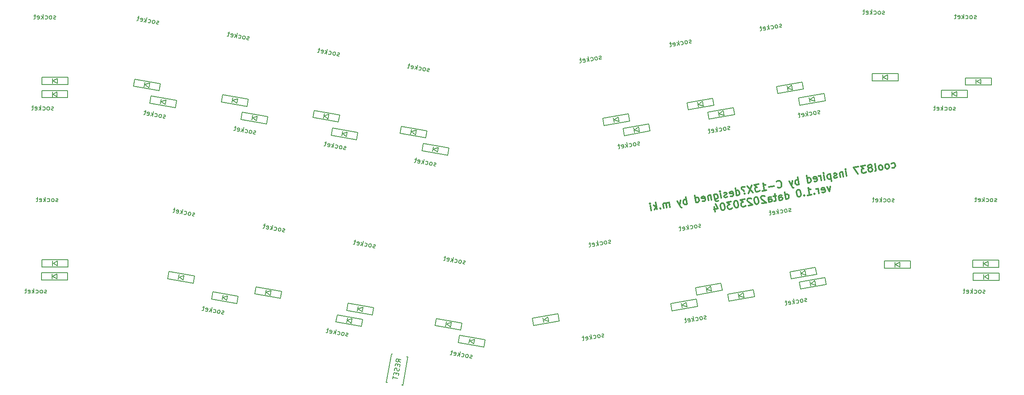
<source format=gbr>
%TF.GenerationSoftware,KiCad,Pcbnew,(5.1.6-0-10_14)*%
%TF.CreationDate,2023-03-04T09:30:32+09:00*%
%TF.ProjectId,C-13XPCB,432d3133-5850-4434-922e-6b696361645f,rev?*%
%TF.SameCoordinates,Original*%
%TF.FileFunction,Legend,Bot*%
%TF.FilePolarity,Positive*%
%FSLAX46Y46*%
G04 Gerber Fmt 4.6, Leading zero omitted, Abs format (unit mm)*
G04 Created by KiCad (PCBNEW (5.1.6-0-10_14)) date 2023-03-04 09:30:32*
%MOMM*%
%LPD*%
G01*
G04 APERTURE LIST*
%ADD10C,0.300000*%
%ADD11C,0.150000*%
G04 APERTURE END LIST*
D10*
X221012484Y19276748D02*
X221165574Y19231211D01*
X221446948Y19280825D01*
X221575231Y19375975D01*
X221633171Y19458722D01*
X221678708Y19611812D01*
X221604287Y20033873D01*
X221509137Y20162156D01*
X221426390Y20220096D01*
X221273300Y20265633D01*
X220991926Y20216019D01*
X220863643Y20120869D01*
X220180766Y19057563D02*
X220309050Y19152713D01*
X220366990Y19235460D01*
X220412526Y19388550D01*
X220338106Y19810611D01*
X220242955Y19938894D01*
X220160209Y19996834D01*
X220007118Y20042371D01*
X219796088Y20005160D01*
X219667805Y19910010D01*
X219609865Y19827263D01*
X219564328Y19674173D01*
X219638749Y19252112D01*
X219733899Y19123829D01*
X219816646Y19065889D01*
X219969736Y19020353D01*
X220180766Y19057563D01*
X218844242Y18821898D02*
X218972525Y18917048D01*
X219030465Y18999795D01*
X219076002Y19152885D01*
X219001581Y19574945D01*
X218906431Y19703229D01*
X218823684Y19761169D01*
X218670594Y19806705D01*
X218459563Y19769495D01*
X218331280Y19674345D01*
X218273340Y19591598D01*
X218227803Y19438508D01*
X218302224Y19016447D01*
X218397374Y18888164D01*
X218480121Y18830224D01*
X218633211Y18784687D01*
X218844242Y18821898D01*
X217507717Y18586232D02*
X217636000Y18681382D01*
X217681537Y18834473D01*
X217458275Y20100654D01*
X216585098Y19293915D02*
X216713381Y19389066D01*
X216771321Y19471812D01*
X216816858Y19624903D01*
X216804454Y19695246D01*
X216709304Y19823529D01*
X216626557Y19881469D01*
X216473467Y19927006D01*
X216192093Y19877392D01*
X216063810Y19782242D01*
X216005870Y19699495D01*
X215960334Y19546405D01*
X215972737Y19476061D01*
X216067887Y19347778D01*
X216150634Y19289838D01*
X216303724Y19244301D01*
X216585098Y19293915D01*
X216738188Y19248379D01*
X216820935Y19190439D01*
X216916085Y19062155D01*
X216965699Y18780782D01*
X216920163Y18627691D01*
X216862223Y18544945D01*
X216733939Y18449794D01*
X216452566Y18400181D01*
X216299475Y18445717D01*
X216216729Y18503657D01*
X216121578Y18631940D01*
X216071965Y18913314D01*
X216117501Y19066404D01*
X216175441Y19149151D01*
X216303724Y19244301D01*
X215418316Y19740954D02*
X214503852Y19579710D01*
X215095483Y19103786D01*
X214884453Y19066576D01*
X214756169Y18971426D01*
X214698229Y18888679D01*
X214652693Y18735589D01*
X214714710Y18383872D01*
X214809860Y18255588D01*
X214892607Y18197648D01*
X215045697Y18152112D01*
X215467758Y18226532D01*
X215596041Y18321683D01*
X215653981Y18404430D01*
X214011448Y19492885D02*
X213026640Y19319237D01*
X213920203Y17953657D01*
X211598870Y17544343D02*
X211425222Y18529151D01*
X211338398Y19021555D02*
X211421145Y18963615D01*
X211363205Y18880868D01*
X211280458Y18938808D01*
X211338398Y19021555D01*
X211363205Y18880868D01*
X210721788Y18405116D02*
X210895436Y17420309D01*
X210746595Y18264430D02*
X210663848Y18322370D01*
X210510758Y18367906D01*
X210299728Y18330696D01*
X210171444Y18235546D01*
X210125908Y18082455D01*
X210262346Y17308678D01*
X209616851Y17267390D02*
X209488568Y17172240D01*
X209207194Y17122626D01*
X209054104Y17168163D01*
X208958954Y17296446D01*
X208946550Y17366789D01*
X208992087Y17519880D01*
X209120370Y17615030D01*
X209331401Y17652240D01*
X209459684Y17747391D01*
X209505220Y17900481D01*
X209492817Y17970824D01*
X209397667Y18099108D01*
X209244576Y18144644D01*
X209033546Y18107434D01*
X208905263Y18012284D01*
X208189425Y17958593D02*
X208449898Y16481381D01*
X208201829Y17888249D02*
X208048738Y17933786D01*
X207767365Y17884172D01*
X207639081Y17789022D01*
X207581141Y17706275D01*
X207535605Y17553184D01*
X207610026Y17131124D01*
X207705176Y17002841D01*
X207787923Y16944901D01*
X207941013Y16899364D01*
X208222387Y16948978D01*
X208350670Y17044128D01*
X207026549Y16738119D02*
X206852900Y17722927D01*
X206766076Y18215331D02*
X206848823Y18157391D01*
X206790883Y18074644D01*
X206708136Y18132584D01*
X206766076Y18215331D01*
X206790883Y18074644D01*
X206323115Y16614085D02*
X206149466Y17598893D01*
X206199080Y17317519D02*
X206103930Y17445802D01*
X206021183Y17503742D01*
X205868093Y17549279D01*
X205727406Y17524472D01*
X204833499Y16423956D02*
X204986590Y16378420D01*
X205267963Y16428033D01*
X205396247Y16523184D01*
X205441783Y16676274D01*
X205342556Y17239021D01*
X205247405Y17367305D01*
X205094315Y17412841D01*
X204812942Y17363227D01*
X204684658Y17268077D01*
X204639122Y17114987D01*
X204663929Y16974300D01*
X205392170Y16957648D01*
X203509378Y16117947D02*
X203248906Y17595159D01*
X203496975Y16188291D02*
X203650065Y16142754D01*
X203931439Y16192368D01*
X204059722Y16287518D01*
X204117662Y16370265D01*
X204163198Y16523355D01*
X204088778Y16945416D01*
X203993628Y17073699D01*
X203910881Y17131639D01*
X203757790Y17177176D01*
X203476417Y17127562D01*
X203348133Y17032412D01*
X201680449Y15795458D02*
X201419977Y17272670D01*
X201519205Y16709922D02*
X201366114Y16755459D01*
X201084741Y16705845D01*
X200956457Y16610695D01*
X200898517Y16527948D01*
X200852981Y16374858D01*
X200927402Y15952797D01*
X201022552Y15824514D01*
X201105299Y15766574D01*
X201258389Y15721037D01*
X201539763Y15770651D01*
X201668046Y15865801D01*
X200310963Y16569407D02*
X200132894Y15522582D01*
X199607529Y16445373D02*
X200132894Y15522582D01*
X200335598Y15195672D01*
X200418345Y15137732D01*
X200571436Y15092196D01*
X197224008Y15154728D02*
X197306754Y15096788D01*
X197530188Y15063655D01*
X197670875Y15088462D01*
X197869502Y15196015D01*
X197985382Y15361509D01*
X198030918Y15514599D01*
X198051648Y15808377D01*
X198014438Y16019407D01*
X197894480Y16288377D01*
X197799330Y16416660D01*
X197633836Y16532540D01*
X197410403Y16565673D01*
X197269716Y16540866D01*
X197071089Y16433313D01*
X197013149Y16350566D01*
X196516496Y15465157D02*
X195391002Y15266702D01*
X194013018Y14443483D02*
X194857139Y14592324D01*
X194435078Y14517903D02*
X194174606Y15995115D01*
X194352503Y15808892D01*
X194517997Y15693012D01*
X194671087Y15647475D01*
X193260141Y15833870D02*
X192345677Y15672626D01*
X192937309Y15196702D01*
X192726278Y15159492D01*
X192597995Y15064342D01*
X192540055Y14981595D01*
X192494518Y14828505D01*
X192556536Y14476788D01*
X192651686Y14348504D01*
X192734433Y14290564D01*
X192887523Y14245028D01*
X193309584Y14319448D01*
X193437867Y14414599D01*
X193495807Y14497346D01*
X191853273Y15585802D02*
X191128938Y13934942D01*
X190868466Y15412153D02*
X192113746Y14108590D01*
X190330353Y13939191D02*
X190272413Y13856444D01*
X190355160Y13798504D01*
X190413100Y13881251D01*
X190330353Y13939191D01*
X190355160Y13798504D01*
X190388465Y15254986D02*
X190235375Y15300522D01*
X189883658Y15238505D01*
X189755374Y15143355D01*
X189709838Y14990265D01*
X189734645Y14849578D01*
X189829795Y14721294D01*
X189912542Y14663354D01*
X190065632Y14617818D01*
X190148379Y14559878D01*
X190243529Y14431595D01*
X190255933Y14361251D01*
X188666918Y13500821D02*
X188406446Y14978033D01*
X188654515Y13571165D02*
X188807605Y13525628D01*
X189088979Y13575242D01*
X189217262Y13670392D01*
X189275202Y13753139D01*
X189320739Y13906229D01*
X189246318Y14328290D01*
X189151168Y14456573D01*
X189068421Y14514513D01*
X188915331Y14560050D01*
X188633957Y14510436D01*
X188505674Y14415286D01*
X187388334Y13347903D02*
X187541424Y13302366D01*
X187822797Y13351980D01*
X187951081Y13447130D01*
X187996617Y13600221D01*
X187897390Y14162968D01*
X187802240Y14291251D01*
X187649149Y14336788D01*
X187367776Y14287174D01*
X187239492Y14192024D01*
X187193956Y14038933D01*
X187218763Y13898247D01*
X187947004Y13881594D01*
X186755243Y13236272D02*
X186626959Y13141121D01*
X186345586Y13091508D01*
X186192496Y13137044D01*
X186097345Y13265328D01*
X186084942Y13335671D01*
X186130478Y13488761D01*
X186258762Y13583912D01*
X186469792Y13621122D01*
X186598075Y13716272D01*
X186643612Y13869362D01*
X186631208Y13939706D01*
X186536058Y14067989D01*
X186382968Y14113526D01*
X186171938Y14076315D01*
X186043654Y13981165D01*
X185501465Y12942666D02*
X185327817Y13927474D01*
X185240993Y14419878D02*
X185323739Y14361938D01*
X185265800Y14279191D01*
X185183053Y14337131D01*
X185240993Y14419878D01*
X185265800Y14279191D01*
X183991292Y13691809D02*
X184202150Y12495971D01*
X184297301Y12367687D01*
X184380048Y12309747D01*
X184533138Y12264211D01*
X184744168Y12301421D01*
X184872451Y12396572D01*
X184152537Y12777344D02*
X184305627Y12731808D01*
X184587001Y12781422D01*
X184715284Y12876572D01*
X184773224Y12959319D01*
X184818760Y13112409D01*
X184744340Y13534470D01*
X184649189Y13662753D01*
X184566443Y13720693D01*
X184413352Y13766229D01*
X184131979Y13716616D01*
X184003695Y13621465D01*
X183287858Y13567774D02*
X183461506Y12582967D01*
X183312665Y13427088D02*
X183229918Y13485027D01*
X183076828Y13530564D01*
X182865797Y13493354D01*
X182737514Y13398203D01*
X182691977Y13245113D01*
X182828415Y12471336D01*
X181549830Y12318417D02*
X181702921Y12272881D01*
X181984294Y12322494D01*
X182112578Y12417645D01*
X182158114Y12570735D01*
X182058887Y13133482D01*
X181963736Y13261766D01*
X181810646Y13307302D01*
X181529273Y13257688D01*
X181400989Y13162538D01*
X181355453Y13009448D01*
X181380260Y12868761D01*
X182108500Y12852109D01*
X180225709Y12012408D02*
X179965237Y13489620D01*
X180213306Y12082752D02*
X180366396Y12037215D01*
X180647770Y12086829D01*
X180776053Y12181979D01*
X180833993Y12264726D01*
X180879529Y12417816D01*
X180805109Y12839877D01*
X180709958Y12968160D01*
X180627212Y13026100D01*
X180474121Y13071637D01*
X180192748Y13022023D01*
X180064464Y12926873D01*
X178396780Y11689919D02*
X178136308Y13167130D01*
X178235536Y12604383D02*
X178082445Y12649920D01*
X177801072Y12600306D01*
X177672788Y12505156D01*
X177614848Y12422409D01*
X177569312Y12269319D01*
X177643733Y11847258D01*
X177738883Y11718975D01*
X177821630Y11661035D01*
X177974720Y11615498D01*
X178256094Y11665112D01*
X178384377Y11760262D01*
X177027294Y12463868D02*
X176849225Y11417043D01*
X176323860Y12339834D02*
X176849225Y11417043D01*
X177051929Y11090133D01*
X177134676Y11032193D01*
X177287767Y10986656D01*
X174809266Y11057343D02*
X174635618Y12042151D01*
X174660425Y11901464D02*
X174577678Y11959404D01*
X174424588Y12004941D01*
X174213558Y11967730D01*
X174085274Y11872580D01*
X174039738Y11719490D01*
X174176176Y10945712D01*
X174039738Y11719490D02*
X173944588Y11847773D01*
X173791497Y11893310D01*
X173580467Y11856099D01*
X173452184Y11760949D01*
X173406647Y11607859D01*
X173543085Y10834081D01*
X172814844Y10850734D02*
X172756904Y10767987D01*
X172839651Y10710047D01*
X172897591Y10792794D01*
X172814844Y10850734D01*
X172839651Y10710047D01*
X172136217Y10586013D02*
X171875745Y12063224D01*
X171896302Y11123953D02*
X171573470Y10486785D01*
X171399821Y11471593D02*
X172061796Y11008073D01*
X170940379Y10375154D02*
X170766731Y11359962D01*
X170679907Y11852366D02*
X170762653Y11794426D01*
X170704713Y11711679D01*
X170621967Y11769619D01*
X170679907Y11852366D01*
X170704713Y11711679D01*
X208174996Y15366710D02*
X207996927Y14319885D01*
X207471562Y15242676D01*
X206507312Y14129756D02*
X206660402Y14084220D01*
X206941776Y14133834D01*
X207070059Y14228984D01*
X207115596Y14382074D01*
X207016368Y14944821D01*
X206921218Y15073105D01*
X206768128Y15118641D01*
X206486754Y15069028D01*
X206358471Y14973877D01*
X206312934Y14820787D01*
X206337741Y14680100D01*
X207065982Y14663448D01*
X205816281Y13935379D02*
X205642633Y14920186D01*
X205692247Y14638813D02*
X205597097Y14767096D01*
X205514350Y14825036D01*
X205361260Y14870573D01*
X205220573Y14845766D01*
X204877010Y13914821D02*
X204819070Y13832074D01*
X204901817Y13774134D01*
X204959757Y13856881D01*
X204877010Y13914821D01*
X204901817Y13774134D01*
X203424606Y13513662D02*
X204268726Y13662503D01*
X203846666Y13588082D02*
X203586194Y15065294D01*
X203764091Y14879070D01*
X203929585Y14763191D01*
X204082675Y14717654D01*
X202766708Y13542717D02*
X202708768Y13459971D01*
X202791515Y13402031D01*
X202849455Y13484777D01*
X202766708Y13542717D01*
X202791515Y13402031D01*
X201546235Y14705594D02*
X201405548Y14680787D01*
X201277265Y14585637D01*
X201219325Y14502890D01*
X201173788Y14349800D01*
X201153058Y14056023D01*
X201215076Y13704306D01*
X201335033Y13435335D01*
X201430183Y13307052D01*
X201512930Y13249112D01*
X201666020Y13203576D01*
X201806707Y13228382D01*
X201934990Y13323533D01*
X201992930Y13406280D01*
X202038467Y13559370D01*
X202059197Y13853147D01*
X201997179Y14204864D01*
X201877222Y14473834D01*
X201782072Y14602118D01*
X201699325Y14660057D01*
X201546235Y14705594D01*
X198922627Y12719841D02*
X198662155Y14197053D01*
X198910224Y12790185D02*
X199063314Y12744648D01*
X199344688Y12794262D01*
X199472971Y12889412D01*
X199530911Y12972159D01*
X199576448Y13125249D01*
X199502027Y13547310D01*
X199406877Y13675593D01*
X199324130Y13733533D01*
X199171040Y13779070D01*
X198889666Y13729456D01*
X198761382Y13634306D01*
X197586102Y12484176D02*
X197449665Y13257953D01*
X197495201Y13411044D01*
X197623484Y13506194D01*
X197904858Y13555808D01*
X198057948Y13510271D01*
X197573699Y12554519D02*
X197726789Y12508983D01*
X198078506Y12571000D01*
X198206790Y12666150D01*
X198252326Y12819241D01*
X198227519Y12959927D01*
X198132369Y13088211D01*
X197979279Y13133747D01*
X197627562Y13071730D01*
X197474471Y13117267D01*
X196920050Y13382160D02*
X196357303Y13282932D01*
X196622196Y13837353D02*
X196845458Y12571172D01*
X196799921Y12418081D01*
X196671638Y12322931D01*
X196530951Y12298124D01*
X195405457Y12099669D02*
X195269019Y12873447D01*
X195314555Y13026537D01*
X195442839Y13121687D01*
X195724212Y13171301D01*
X195877303Y13125765D01*
X195393053Y12170013D02*
X195546143Y12124476D01*
X195897861Y12186493D01*
X196026144Y12281644D01*
X196071680Y12434734D01*
X196046874Y12575421D01*
X195951723Y12703704D01*
X195798633Y12749241D01*
X195446916Y12687223D01*
X195293826Y12732760D01*
X194536701Y13324563D02*
X194453954Y13382503D01*
X194300863Y13428040D01*
X193949146Y13366022D01*
X193820863Y13270872D01*
X193762923Y13188125D01*
X193717387Y13035035D01*
X193742193Y12894348D01*
X193849747Y12695721D01*
X194842709Y12000442D01*
X193928245Y11839197D01*
X192753308Y13155164D02*
X192612622Y13130357D01*
X192484338Y13035207D01*
X192426398Y12952460D01*
X192380862Y12799370D01*
X192360132Y12505592D01*
X192422149Y12153875D01*
X192542106Y11884905D01*
X192637257Y11756622D01*
X192720004Y11698682D01*
X192873094Y11653145D01*
X193013781Y11677952D01*
X193142064Y11773103D01*
X193200004Y11855849D01*
X193245541Y12008940D01*
X193266270Y12302717D01*
X193204253Y12654434D01*
X193084296Y12923404D01*
X192989146Y13051687D01*
X192906399Y13109627D01*
X192753308Y13155164D01*
X191722964Y12828425D02*
X191640217Y12886365D01*
X191487127Y12931902D01*
X191135410Y12869885D01*
X191007127Y12774734D01*
X190949187Y12691988D01*
X190903650Y12538897D01*
X190928457Y12398210D01*
X191036011Y12199584D01*
X192028973Y11504304D01*
X191114509Y11343059D01*
X190361632Y12733447D02*
X189447168Y12572202D01*
X190038800Y12096279D01*
X189827769Y12059069D01*
X189699486Y11963918D01*
X189641546Y11881171D01*
X189596009Y11728081D01*
X189658027Y11376364D01*
X189753177Y11248081D01*
X189835924Y11190141D01*
X189989014Y11144604D01*
X190411074Y11219025D01*
X190539358Y11314175D01*
X190597298Y11396922D01*
X188532704Y12410957D02*
X188392017Y12386151D01*
X188263734Y12291000D01*
X188205794Y12208253D01*
X188160257Y12055163D01*
X188139527Y11761386D01*
X188201545Y11409669D01*
X188321502Y11140699D01*
X188416652Y11012415D01*
X188499399Y10954475D01*
X188652489Y10908939D01*
X188793176Y10933746D01*
X188921459Y11028896D01*
X188979399Y11111643D01*
X189024936Y11264733D01*
X189045666Y11558510D01*
X188983648Y11910227D01*
X188863691Y12179198D01*
X188768541Y12307481D01*
X188685794Y12365421D01*
X188532704Y12410957D01*
X187547896Y12237309D02*
X186633432Y12076064D01*
X187225063Y11600141D01*
X187014033Y11562931D01*
X186885749Y11467781D01*
X186827810Y11385034D01*
X186782273Y11231944D01*
X186844290Y10880226D01*
X186939440Y10751943D01*
X187022187Y10694003D01*
X187175278Y10648467D01*
X187597338Y10722887D01*
X187725621Y10818038D01*
X187783561Y10900784D01*
X185718967Y11914820D02*
X185578281Y11890013D01*
X185449997Y11794863D01*
X185392057Y11712116D01*
X185346521Y11559025D01*
X185325791Y11265248D01*
X185387808Y10913531D01*
X185507765Y10644561D01*
X185602916Y10516278D01*
X185685663Y10458338D01*
X185838753Y10412801D01*
X185979440Y10437608D01*
X186107723Y10532758D01*
X186165663Y10615505D01*
X186211199Y10768596D01*
X186231929Y11062373D01*
X186169912Y11414090D01*
X186049955Y11683060D01*
X185954804Y11811343D01*
X185872058Y11869283D01*
X185718967Y11914820D01*
X184047206Y11112330D02*
X184220854Y10127522D01*
X184299696Y11737094D02*
X184837464Y10743960D01*
X183923000Y10582716D01*
D11*
%TO.C,D20*%
X136138745Y-18077456D02*
X136399217Y-16600244D01*
X130820783Y-17139756D02*
X136138745Y-18077456D01*
X131081255Y-15662544D02*
X130820783Y-17139756D01*
X136399217Y-16600244D02*
X131081255Y-15662544D01*
X133204420Y-16290772D02*
X133030772Y-17275580D01*
X134015580Y-17449228D02*
X133216077Y-16800541D01*
X134189228Y-16464420D02*
X134015580Y-17449228D01*
X133216077Y-16800541D02*
X134189228Y-16464420D01*
%TO.C,D1*%
X46450000Y37340000D02*
X47350000Y37840000D01*
X47350000Y37840000D02*
X47350000Y36840000D01*
X47350000Y36840000D02*
X46450000Y37340000D01*
X46350000Y37840000D02*
X46350000Y36840000D01*
X49550000Y38090000D02*
X44150000Y38090000D01*
X44150000Y38090000D02*
X44150000Y36590000D01*
X44150000Y36590000D02*
X49550000Y36590000D01*
X49550000Y36590000D02*
X49550000Y38090000D01*
%TO.C,D2*%
X49540000Y33850000D02*
X49540000Y35350000D01*
X44140000Y33850000D02*
X49540000Y33850000D01*
X44140000Y35350000D02*
X44140000Y33850000D01*
X49540000Y35350000D02*
X44140000Y35350000D01*
X46340000Y35100000D02*
X46340000Y34100000D01*
X47340000Y34100000D02*
X46440000Y34600000D01*
X47340000Y35100000D02*
X47340000Y34100000D01*
X46440000Y34600000D02*
X47340000Y35100000D01*
%TO.C,D3*%
X49610000Y-1390000D02*
X49610000Y110000D01*
X44210000Y-1390000D02*
X49610000Y-1390000D01*
X44210000Y110000D02*
X44210000Y-1390000D01*
X49610000Y110000D02*
X44210000Y110000D01*
X46410000Y-140000D02*
X46410000Y-1140000D01*
X47410000Y-1140000D02*
X46510000Y-640000D01*
X47410000Y-140000D02*
X47410000Y-1140000D01*
X46510000Y-640000D02*
X47410000Y-140000D01*
%TO.C,D4*%
X49480000Y-4140000D02*
X49480000Y-2640000D01*
X44080000Y-4140000D02*
X49480000Y-4140000D01*
X44080000Y-2640000D02*
X44080000Y-4140000D01*
X49480000Y-2640000D02*
X44080000Y-2640000D01*
X46280000Y-2890000D02*
X46280000Y-3890000D01*
X47280000Y-3890000D02*
X46380000Y-3390000D01*
X47280000Y-2890000D02*
X47280000Y-3890000D01*
X46380000Y-3390000D02*
X47280000Y-2890000D01*
%TO.C,D5*%
X68538745Y35292544D02*
X68799217Y36769756D01*
X63220783Y36230244D02*
X68538745Y35292544D01*
X63481255Y37707456D02*
X63220783Y36230244D01*
X68799217Y36769756D02*
X63481255Y37707456D01*
X65604420Y37079228D02*
X65430772Y36094420D01*
X66415580Y35920772D02*
X65616077Y36569459D01*
X66589228Y36905580D02*
X66415580Y35920772D01*
X65616077Y36569459D02*
X66589228Y36905580D01*
%TO.C,D6*%
X71928745Y31802544D02*
X72189217Y33279756D01*
X66610783Y32740244D02*
X71928745Y31802544D01*
X66871255Y34217456D02*
X66610783Y32740244D01*
X72189217Y33279756D02*
X66871255Y34217456D01*
X68994420Y33589228D02*
X68820772Y32604420D01*
X69805580Y32430772D02*
X69006077Y33079459D01*
X69979228Y33415580D02*
X69805580Y32430772D01*
X69006077Y33079459D02*
X69979228Y33415580D01*
%TO.C,D7*%
X75678745Y-4767456D02*
X75939217Y-3290244D01*
X70360783Y-3829756D02*
X75678745Y-4767456D01*
X70621255Y-2352544D02*
X70360783Y-3829756D01*
X75939217Y-3290244D02*
X70621255Y-2352544D01*
X72744420Y-2980772D02*
X72570772Y-3965580D01*
X73555580Y-4139228D02*
X72756077Y-3490541D01*
X73729228Y-3154420D02*
X73555580Y-4139228D01*
X72756077Y-3490541D02*
X73729228Y-3154420D01*
%TO.C,D8*%
X84758745Y-9017456D02*
X85019217Y-7540244D01*
X79440783Y-8079756D02*
X84758745Y-9017456D01*
X79701255Y-6602544D02*
X79440783Y-8079756D01*
X85019217Y-7540244D02*
X79701255Y-6602544D01*
X81824420Y-7230772D02*
X81650772Y-8215580D01*
X82635580Y-8389228D02*
X81836077Y-7740541D01*
X82809228Y-7404420D02*
X82635580Y-8389228D01*
X81836077Y-7740541D02*
X82809228Y-7404420D01*
%TO.C,D9*%
X86828745Y32062544D02*
X87089217Y33539756D01*
X81510783Y33000244D02*
X86828745Y32062544D01*
X81771255Y34477456D02*
X81510783Y33000244D01*
X87089217Y33539756D02*
X81771255Y34477456D01*
X83894420Y33849228D02*
X83720772Y32864420D01*
X84705580Y32690772D02*
X83906077Y33339459D01*
X84879228Y33675580D02*
X84705580Y32690772D01*
X83906077Y33339459D02*
X84879228Y33675580D01*
%TO.C,D10*%
X90928745Y28422544D02*
X91189217Y29899756D01*
X85610783Y29360244D02*
X90928745Y28422544D01*
X85871255Y30837456D02*
X85610783Y29360244D01*
X91189217Y29899756D02*
X85871255Y30837456D01*
X87994420Y30209228D02*
X87820772Y29224420D01*
X88805580Y29050772D02*
X88006077Y29699459D01*
X88979228Y30035580D02*
X88805580Y29050772D01*
X88006077Y29699459D02*
X88979228Y30035580D01*
%TO.C,D11*%
X93788745Y-7937456D02*
X94049217Y-6460244D01*
X88470783Y-6999756D02*
X93788745Y-7937456D01*
X88731255Y-5522544D02*
X88470783Y-6999756D01*
X94049217Y-6460244D02*
X88731255Y-5522544D01*
X90854420Y-6150772D02*
X90680772Y-7135580D01*
X91665580Y-7309228D02*
X90866077Y-6660541D01*
X91839228Y-6324420D02*
X91665580Y-7309228D01*
X90866077Y-6660541D02*
X91839228Y-6324420D01*
%TO.C,D13*%
X105848745Y28772544D02*
X106109217Y30249756D01*
X100530783Y29710244D02*
X105848745Y28772544D01*
X100791255Y31187456D02*
X100530783Y29710244D01*
X106109217Y30249756D02*
X100791255Y31187456D01*
X102914420Y30559228D02*
X102740772Y29574420D01*
X103725580Y29400772D02*
X102926077Y30049459D01*
X103899228Y30385580D02*
X103725580Y29400772D01*
X102926077Y30049459D02*
X103899228Y30385580D01*
%TO.C,D14*%
X109648745Y25112544D02*
X109909217Y26589756D01*
X104330783Y26050244D02*
X109648745Y25112544D01*
X104591255Y27527456D02*
X104330783Y26050244D01*
X109909217Y26589756D02*
X104591255Y27527456D01*
X106714420Y26899228D02*
X106540772Y25914420D01*
X107525580Y25740772D02*
X106726077Y26389459D01*
X107699228Y26725580D02*
X107525580Y25740772D01*
X106726077Y26389459D02*
X107699228Y26725580D01*
%TO.C,D15*%
X112908745Y-11397456D02*
X113169217Y-9920244D01*
X107590783Y-10459756D02*
X112908745Y-11397456D01*
X107851255Y-8982544D02*
X107590783Y-10459756D01*
X113169217Y-9920244D02*
X107851255Y-8982544D01*
X109974420Y-9610772D02*
X109800772Y-10595580D01*
X110785580Y-10769228D02*
X109986077Y-10120541D01*
X110959228Y-9784420D02*
X110785580Y-10769228D01*
X109986077Y-10120541D02*
X110959228Y-9784420D01*
%TO.C,D16*%
X110658745Y-13787456D02*
X110919217Y-12310244D01*
X105340783Y-12849756D02*
X110658745Y-13787456D01*
X105601255Y-11372544D02*
X105340783Y-12849756D01*
X110919217Y-12310244D02*
X105601255Y-11372544D01*
X107724420Y-12000772D02*
X107550772Y-12985580D01*
X108535580Y-13159228D02*
X107736077Y-12510541D01*
X108709228Y-12174420D02*
X108535580Y-13159228D01*
X107736077Y-12510541D02*
X108709228Y-12174420D01*
%TO.C,D17*%
X124008745Y25482544D02*
X124269217Y26959756D01*
X118690783Y26420244D02*
X124008745Y25482544D01*
X118951255Y27897456D02*
X118690783Y26420244D01*
X124269217Y26959756D02*
X118951255Y27897456D01*
X121074420Y27269228D02*
X120900772Y26284420D01*
X121885580Y26110772D02*
X121086077Y26759459D01*
X122059228Y27095580D02*
X121885580Y26110772D01*
X121086077Y26759459D02*
X122059228Y27095580D01*
%TO.C,D18*%
X128568745Y21882544D02*
X128829217Y23359756D01*
X123250783Y22820244D02*
X128568745Y21882544D01*
X123511255Y24297456D02*
X123250783Y22820244D01*
X128829217Y23359756D02*
X123511255Y24297456D01*
X125634420Y23669228D02*
X125460772Y22684420D01*
X126445580Y22510772D02*
X125646077Y23159459D01*
X126619228Y23495580D02*
X126445580Y22510772D01*
X125646077Y23159459D02*
X126619228Y23495580D01*
%TO.C,D19*%
X131308745Y-14547456D02*
X131569217Y-13070244D01*
X125990783Y-13609756D02*
X131308745Y-14547456D01*
X126251255Y-12132544D02*
X125990783Y-13609756D01*
X131569217Y-13070244D02*
X126251255Y-12132544D01*
X128374420Y-12760772D02*
X128200772Y-13745580D01*
X129185580Y-13919228D02*
X128386077Y-13270541D01*
X129359228Y-12934420D02*
X129185580Y-13919228D01*
X128386077Y-13270541D02*
X129359228Y-12934420D01*
%TO.C,D21*%
X166439217Y29000244D02*
X166178745Y30477456D01*
X161121255Y28062544D02*
X166439217Y29000244D01*
X160860783Y29539756D02*
X161121255Y28062544D01*
X166178745Y30477456D02*
X160860783Y29539756D01*
X163070772Y29675580D02*
X163244420Y28690772D01*
X164229228Y28864420D02*
X163256077Y29200541D01*
X164055580Y29849228D02*
X164229228Y28864420D01*
X163256077Y29200541D02*
X164055580Y29849228D01*
%TO.C,D22*%
X167486077Y27110541D02*
X168285580Y27759228D01*
X168285580Y27759228D02*
X168459228Y26774420D01*
X168459228Y26774420D02*
X167486077Y27110541D01*
X167300772Y27585580D02*
X167474420Y26600772D01*
X170408745Y28387456D02*
X165090783Y27449756D01*
X165090783Y27449756D02*
X165351255Y25972544D01*
X165351255Y25972544D02*
X170669217Y26910244D01*
X170669217Y26910244D02*
X170408745Y28387456D01*
%TO.C,D23*%
X148616077Y-12459459D02*
X149415580Y-11810772D01*
X149415580Y-11810772D02*
X149589228Y-12795580D01*
X149589228Y-12795580D02*
X148616077Y-12459459D01*
X148430772Y-11984420D02*
X148604420Y-12969228D01*
X151538745Y-11182544D02*
X146220783Y-12120244D01*
X146220783Y-12120244D02*
X146481255Y-13597456D01*
X146481255Y-13597456D02*
X151799217Y-12659756D01*
X151799217Y-12659756D02*
X151538745Y-11182544D01*
%TO.C,D24*%
X177376077Y-9399459D02*
X178175580Y-8750772D01*
X178175580Y-8750772D02*
X178349228Y-9735580D01*
X178349228Y-9735580D02*
X177376077Y-9399459D01*
X177190772Y-8924420D02*
X177364420Y-9909228D01*
X180298745Y-8122544D02*
X174980783Y-9060244D01*
X174980783Y-9060244D02*
X175241255Y-10537456D01*
X175241255Y-10537456D02*
X180559217Y-9599756D01*
X180559217Y-9599756D02*
X180298745Y-8122544D01*
%TO.C,D25*%
X180746077Y32470541D02*
X181545580Y33119228D01*
X181545580Y33119228D02*
X181719228Y32134420D01*
X181719228Y32134420D02*
X180746077Y32470541D01*
X180560772Y32945580D02*
X180734420Y31960772D01*
X183668745Y33747456D02*
X178350783Y32809756D01*
X178350783Y32809756D02*
X178611255Y31332544D01*
X178611255Y31332544D02*
X183929217Y32270244D01*
X183929217Y32270244D02*
X183668745Y33747456D01*
%TO.C,D26*%
X185096077Y30500541D02*
X185895580Y31149228D01*
X185895580Y31149228D02*
X186069228Y30164420D01*
X186069228Y30164420D02*
X185096077Y30500541D01*
X184910772Y30975580D02*
X185084420Y29990772D01*
X188018745Y31777456D02*
X182700783Y30839756D01*
X182700783Y30839756D02*
X182961255Y29362544D01*
X182961255Y29362544D02*
X188279217Y30300244D01*
X188279217Y30300244D02*
X188018745Y31777456D01*
%TO.C,D27*%
X182516077Y-6079459D02*
X183315580Y-5430772D01*
X183315580Y-5430772D02*
X183489228Y-6415580D01*
X183489228Y-6415580D02*
X182516077Y-6079459D01*
X182330772Y-5604420D02*
X182504420Y-6589228D01*
X185438745Y-4802544D02*
X180120783Y-5740244D01*
X180120783Y-5740244D02*
X180381255Y-7217456D01*
X180381255Y-7217456D02*
X185699217Y-6279756D01*
X185699217Y-6279756D02*
X185438745Y-4802544D01*
%TO.C,D28*%
X189246077Y-7419459D02*
X190045580Y-6770772D01*
X190045580Y-6770772D02*
X190219228Y-7755580D01*
X190219228Y-7755580D02*
X189246077Y-7419459D01*
X189060772Y-6944420D02*
X189234420Y-7929228D01*
X192168745Y-6142544D02*
X186850783Y-7080244D01*
X186850783Y-7080244D02*
X187111255Y-8557456D01*
X187111255Y-8557456D02*
X192429217Y-7619756D01*
X192429217Y-7619756D02*
X192168745Y-6142544D01*
%TO.C,D29*%
X199366077Y35840541D02*
X200165580Y36489228D01*
X200165580Y36489228D02*
X200339228Y35504420D01*
X200339228Y35504420D02*
X199366077Y35840541D01*
X199180772Y36315580D02*
X199354420Y35330772D01*
X202288745Y37117456D02*
X196970783Y36179756D01*
X196970783Y36179756D02*
X197231255Y34702544D01*
X197231255Y34702544D02*
X202549217Y35640244D01*
X202549217Y35640244D02*
X202288745Y37117456D01*
%TO.C,D30*%
X203976077Y33430541D02*
X204775580Y34079228D01*
X204775580Y34079228D02*
X204949228Y33094420D01*
X204949228Y33094420D02*
X203976077Y33430541D01*
X203790772Y33905580D02*
X203964420Y32920772D01*
X206898745Y34707456D02*
X201580783Y33769756D01*
X201580783Y33769756D02*
X201841255Y32292544D01*
X201841255Y32292544D02*
X207159217Y33230244D01*
X207159217Y33230244D02*
X206898745Y34707456D01*
%TO.C,D31*%
X202156077Y-2759459D02*
X202955580Y-2110772D01*
X202955580Y-2110772D02*
X203129228Y-3095580D01*
X203129228Y-3095580D02*
X202156077Y-2759459D01*
X201970772Y-2284420D02*
X202144420Y-3269228D01*
X205078745Y-1482544D02*
X199760783Y-2420244D01*
X199760783Y-2420244D02*
X200021255Y-3897456D01*
X200021255Y-3897456D02*
X205339217Y-2959756D01*
X205339217Y-2959756D02*
X205078745Y-1482544D01*
%TO.C,D32*%
X204156077Y-4879459D02*
X204955580Y-4230772D01*
X204955580Y-4230772D02*
X205129228Y-5215580D01*
X205129228Y-5215580D02*
X204156077Y-4879459D01*
X203970772Y-4404420D02*
X204144420Y-5389228D01*
X207078745Y-3602544D02*
X201760783Y-4540244D01*
X201760783Y-4540244D02*
X202021255Y-6017456D01*
X202021255Y-6017456D02*
X207339217Y-5079756D01*
X207339217Y-5079756D02*
X207078745Y-3602544D01*
%TO.C,D33*%
X219220000Y38140000D02*
X220120000Y38640000D01*
X220120000Y38640000D02*
X220120000Y37640000D01*
X220120000Y37640000D02*
X219220000Y38140000D01*
X219120000Y38640000D02*
X219120000Y37640000D01*
X222320000Y38890000D02*
X216920000Y38890000D01*
X216920000Y38890000D02*
X216920000Y37390000D01*
X216920000Y37390000D02*
X222320000Y37390000D01*
X222320000Y37390000D02*
X222320000Y38890000D01*
%TO.C,D34*%
X233610000Y34630000D02*
X234510000Y35130000D01*
X234510000Y35130000D02*
X234510000Y34130000D01*
X234510000Y34130000D02*
X233610000Y34630000D01*
X233510000Y35130000D02*
X233510000Y34130000D01*
X236710000Y35380000D02*
X231310000Y35380000D01*
X231310000Y35380000D02*
X231310000Y33880000D01*
X231310000Y33880000D02*
X236710000Y33880000D01*
X236710000Y33880000D02*
X236710000Y35380000D01*
%TO.C,D35*%
X221730000Y-880000D02*
X222630000Y-380000D01*
X222630000Y-380000D02*
X222630000Y-1380000D01*
X222630000Y-1380000D02*
X221730000Y-880000D01*
X221630000Y-380000D02*
X221630000Y-1380000D01*
X224830000Y-130000D02*
X219430000Y-130000D01*
X219430000Y-130000D02*
X219430000Y-1630000D01*
X219430000Y-1630000D02*
X224830000Y-1630000D01*
X224830000Y-1630000D02*
X224830000Y-130000D01*
%TO.C,D37*%
X238620000Y37240000D02*
X239520000Y37740000D01*
X239520000Y37740000D02*
X239520000Y36740000D01*
X239520000Y36740000D02*
X238620000Y37240000D01*
X238520000Y37740000D02*
X238520000Y36740000D01*
X241720000Y37990000D02*
X236320000Y37990000D01*
X236320000Y37990000D02*
X236320000Y36490000D01*
X236320000Y36490000D02*
X241720000Y36490000D01*
X241720000Y36490000D02*
X241720000Y37990000D01*
%TO.C,D39*%
X240120000Y-710000D02*
X241020000Y-210000D01*
X241020000Y-210000D02*
X241020000Y-1210000D01*
X241020000Y-1210000D02*
X240120000Y-710000D01*
X240020000Y-210000D02*
X240020000Y-1210000D01*
X243220000Y40000D02*
X237820000Y40000D01*
X237820000Y40000D02*
X237820000Y-1460000D01*
X237820000Y-1460000D02*
X243220000Y-1460000D01*
X243220000Y-1460000D02*
X243220000Y40000D01*
%TO.C,D40*%
X240230000Y-3470000D02*
X241130000Y-2970000D01*
X241130000Y-2970000D02*
X241130000Y-3970000D01*
X241130000Y-3970000D02*
X240230000Y-3470000D01*
X240130000Y-2970000D02*
X240130000Y-3970000D01*
X243330000Y-2720000D02*
X237930000Y-2720000D01*
X237930000Y-2720000D02*
X237930000Y-4220000D01*
X237930000Y-4220000D02*
X243330000Y-4220000D01*
X243330000Y-4220000D02*
X243330000Y-2720000D01*
%TO.C,SW41*%
X120068156Y-20096049D02*
X120314358Y-20139461D01*
X120314358Y-20139461D02*
X119272469Y-26048308D01*
X119272469Y-26048308D02*
X119026267Y-26004896D01*
X116071844Y-25483951D02*
X115825642Y-25440539D01*
X115825642Y-25440539D02*
X116867531Y-19531692D01*
X116867531Y-19531692D02*
X117113733Y-19575104D01*
%TO.C,SW20*%
X133592175Y-20422431D02*
X133490115Y-20452789D01*
X133302532Y-20419713D01*
X133217010Y-20356279D01*
X133186653Y-20254219D01*
X133194921Y-20207323D01*
X133258355Y-20121801D01*
X133360415Y-20091443D01*
X133501102Y-20116250D01*
X133603162Y-20085893D01*
X133666596Y-20000370D01*
X133674865Y-19953475D01*
X133644507Y-19851415D01*
X133558985Y-19787981D01*
X133418298Y-19763174D01*
X133316238Y-19793532D01*
X132599098Y-20295678D02*
X132701159Y-20265321D01*
X132756323Y-20226694D01*
X132819757Y-20141172D01*
X132869370Y-19859798D01*
X132839013Y-19757738D01*
X132800386Y-19702573D01*
X132714864Y-19639140D01*
X132574177Y-19614333D01*
X132472117Y-19644691D01*
X132416952Y-19683317D01*
X132353519Y-19768839D01*
X132303905Y-20050213D01*
X132334263Y-20152273D01*
X132372889Y-20207438D01*
X132458412Y-20270871D01*
X132599098Y-20295678D01*
X131434977Y-20042059D02*
X131520499Y-20105492D01*
X131708082Y-20138568D01*
X131810142Y-20108210D01*
X131865307Y-20069584D01*
X131928740Y-19984061D01*
X131978354Y-19702688D01*
X131947996Y-19600628D01*
X131909370Y-19545463D01*
X131823847Y-19482030D01*
X131636265Y-19448954D01*
X131534205Y-19479311D01*
X131004648Y-20014534D02*
X131178296Y-19029726D01*
X130977008Y-19622831D02*
X130629483Y-19948382D01*
X130745248Y-19291843D02*
X131054261Y-19733160D01*
X129840526Y-19760914D02*
X129926049Y-19824348D01*
X130113631Y-19857423D01*
X130215691Y-19827066D01*
X130279125Y-19741543D01*
X130345277Y-19366379D01*
X130314919Y-19264318D01*
X130229397Y-19200885D01*
X130041814Y-19167809D01*
X129939754Y-19198167D01*
X129876320Y-19283689D01*
X129859783Y-19377480D01*
X130312201Y-19553961D01*
X129619754Y-19093388D02*
X129244589Y-19027237D01*
X129536950Y-18740312D02*
X129388108Y-19584433D01*
X129324675Y-19669955D01*
X129222615Y-19700313D01*
X129128823Y-19683775D01*
%TO.C,SW41*%
X118789764Y-21313168D02*
X118378691Y-20902209D01*
X118888992Y-20750420D02*
X117904184Y-20576772D01*
X117838032Y-20951937D01*
X117868390Y-21053997D01*
X117907016Y-21109162D01*
X117992539Y-21172595D01*
X118133226Y-21197402D01*
X118235286Y-21167044D01*
X118290450Y-21128418D01*
X118353884Y-21042896D01*
X118420036Y-20667731D01*
X118199492Y-21644270D02*
X118141609Y-21972539D01*
X118632654Y-22204184D02*
X118715343Y-21735228D01*
X117730536Y-21561580D01*
X117647846Y-22030536D01*
X118519607Y-22571080D02*
X118541695Y-22720036D01*
X118500350Y-22954514D01*
X118436917Y-23040036D01*
X118381752Y-23078663D01*
X118279692Y-23109020D01*
X118185901Y-23092483D01*
X118100379Y-23029049D01*
X118061752Y-22973884D01*
X118031394Y-22871824D01*
X118017575Y-22675973D01*
X117987217Y-22573913D01*
X117948590Y-22518748D01*
X117863068Y-22455315D01*
X117769277Y-22438777D01*
X117667217Y-22469134D01*
X117612052Y-22507761D01*
X117548619Y-22593283D01*
X117507274Y-22827761D01*
X117529362Y-22976717D01*
X117877002Y-23473198D02*
X117819120Y-23801467D01*
X118310164Y-24033113D02*
X118392854Y-23564157D01*
X117408046Y-23390509D01*
X117325357Y-23859465D01*
X117275743Y-24140838D02*
X117176515Y-24703586D01*
X118210937Y-24595860D02*
X117226129Y-24422212D01*
%TO.C,SW1*%
X47034285Y50305238D02*
X46939047Y50257619D01*
X46748571Y50257619D01*
X46653333Y50305238D01*
X46605714Y50400476D01*
X46605714Y50448095D01*
X46653333Y50543333D01*
X46748571Y50590952D01*
X46891428Y50590952D01*
X46986666Y50638571D01*
X47034285Y50733809D01*
X47034285Y50781428D01*
X46986666Y50876666D01*
X46891428Y50924285D01*
X46748571Y50924285D01*
X46653333Y50876666D01*
X46034285Y50257619D02*
X46129523Y50305238D01*
X46177142Y50352857D01*
X46224761Y50448095D01*
X46224761Y50733809D01*
X46177142Y50829047D01*
X46129523Y50876666D01*
X46034285Y50924285D01*
X45891428Y50924285D01*
X45796190Y50876666D01*
X45748571Y50829047D01*
X45700952Y50733809D01*
X45700952Y50448095D01*
X45748571Y50352857D01*
X45796190Y50305238D01*
X45891428Y50257619D01*
X46034285Y50257619D01*
X44843809Y50305238D02*
X44939047Y50257619D01*
X45129523Y50257619D01*
X45224761Y50305238D01*
X45272380Y50352857D01*
X45320000Y50448095D01*
X45320000Y50733809D01*
X45272380Y50829047D01*
X45224761Y50876666D01*
X45129523Y50924285D01*
X44939047Y50924285D01*
X44843809Y50876666D01*
X44415238Y50257619D02*
X44415238Y51257619D01*
X44320000Y50638571D02*
X44034285Y50257619D01*
X44034285Y50924285D02*
X44415238Y50543333D01*
X43224761Y50305238D02*
X43320000Y50257619D01*
X43510476Y50257619D01*
X43605714Y50305238D01*
X43653333Y50400476D01*
X43653333Y50781428D01*
X43605714Y50876666D01*
X43510476Y50924285D01*
X43320000Y50924285D01*
X43224761Y50876666D01*
X43177142Y50781428D01*
X43177142Y50686190D01*
X43653333Y50590952D01*
X42891428Y50924285D02*
X42510476Y50924285D01*
X42748571Y51257619D02*
X42748571Y50400476D01*
X42700952Y50305238D01*
X42605714Y50257619D01*
X42510476Y50257619D01*
%TO.C,SW2*%
X46554285Y31335238D02*
X46459047Y31287619D01*
X46268571Y31287619D01*
X46173333Y31335238D01*
X46125714Y31430476D01*
X46125714Y31478095D01*
X46173333Y31573333D01*
X46268571Y31620952D01*
X46411428Y31620952D01*
X46506666Y31668571D01*
X46554285Y31763809D01*
X46554285Y31811428D01*
X46506666Y31906666D01*
X46411428Y31954285D01*
X46268571Y31954285D01*
X46173333Y31906666D01*
X45554285Y31287619D02*
X45649523Y31335238D01*
X45697142Y31382857D01*
X45744761Y31478095D01*
X45744761Y31763809D01*
X45697142Y31859047D01*
X45649523Y31906666D01*
X45554285Y31954285D01*
X45411428Y31954285D01*
X45316190Y31906666D01*
X45268571Y31859047D01*
X45220952Y31763809D01*
X45220952Y31478095D01*
X45268571Y31382857D01*
X45316190Y31335238D01*
X45411428Y31287619D01*
X45554285Y31287619D01*
X44363809Y31335238D02*
X44459047Y31287619D01*
X44649523Y31287619D01*
X44744761Y31335238D01*
X44792380Y31382857D01*
X44840000Y31478095D01*
X44840000Y31763809D01*
X44792380Y31859047D01*
X44744761Y31906666D01*
X44649523Y31954285D01*
X44459047Y31954285D01*
X44363809Y31906666D01*
X43935238Y31287619D02*
X43935238Y32287619D01*
X43840000Y31668571D02*
X43554285Y31287619D01*
X43554285Y31954285D02*
X43935238Y31573333D01*
X42744761Y31335238D02*
X42840000Y31287619D01*
X43030476Y31287619D01*
X43125714Y31335238D01*
X43173333Y31430476D01*
X43173333Y31811428D01*
X43125714Y31906666D01*
X43030476Y31954285D01*
X42840000Y31954285D01*
X42744761Y31906666D01*
X42697142Y31811428D01*
X42697142Y31716190D01*
X43173333Y31620952D01*
X42411428Y31954285D02*
X42030476Y31954285D01*
X42268571Y32287619D02*
X42268571Y31430476D01*
X42220952Y31335238D01*
X42125714Y31287619D01*
X42030476Y31287619D01*
%TO.C,SW3*%
X47504285Y12225238D02*
X47409047Y12177619D01*
X47218571Y12177619D01*
X47123333Y12225238D01*
X47075714Y12320476D01*
X47075714Y12368095D01*
X47123333Y12463333D01*
X47218571Y12510952D01*
X47361428Y12510952D01*
X47456666Y12558571D01*
X47504285Y12653809D01*
X47504285Y12701428D01*
X47456666Y12796666D01*
X47361428Y12844285D01*
X47218571Y12844285D01*
X47123333Y12796666D01*
X46504285Y12177619D02*
X46599523Y12225238D01*
X46647142Y12272857D01*
X46694761Y12368095D01*
X46694761Y12653809D01*
X46647142Y12749047D01*
X46599523Y12796666D01*
X46504285Y12844285D01*
X46361428Y12844285D01*
X46266190Y12796666D01*
X46218571Y12749047D01*
X46170952Y12653809D01*
X46170952Y12368095D01*
X46218571Y12272857D01*
X46266190Y12225238D01*
X46361428Y12177619D01*
X46504285Y12177619D01*
X45313809Y12225238D02*
X45409047Y12177619D01*
X45599523Y12177619D01*
X45694761Y12225238D01*
X45742380Y12272857D01*
X45790000Y12368095D01*
X45790000Y12653809D01*
X45742380Y12749047D01*
X45694761Y12796666D01*
X45599523Y12844285D01*
X45409047Y12844285D01*
X45313809Y12796666D01*
X44885238Y12177619D02*
X44885238Y13177619D01*
X44790000Y12558571D02*
X44504285Y12177619D01*
X44504285Y12844285D02*
X44885238Y12463333D01*
X43694761Y12225238D02*
X43790000Y12177619D01*
X43980476Y12177619D01*
X44075714Y12225238D01*
X44123333Y12320476D01*
X44123333Y12701428D01*
X44075714Y12796666D01*
X43980476Y12844285D01*
X43790000Y12844285D01*
X43694761Y12796666D01*
X43647142Y12701428D01*
X43647142Y12606190D01*
X44123333Y12510952D01*
X43361428Y12844285D02*
X42980476Y12844285D01*
X43218571Y13177619D02*
X43218571Y12320476D01*
X43170952Y12225238D01*
X43075714Y12177619D01*
X42980476Y12177619D01*
%TO.C,SW4*%
X45124285Y-6824761D02*
X45029047Y-6872380D01*
X44838571Y-6872380D01*
X44743333Y-6824761D01*
X44695714Y-6729523D01*
X44695714Y-6681904D01*
X44743333Y-6586666D01*
X44838571Y-6539047D01*
X44981428Y-6539047D01*
X45076666Y-6491428D01*
X45124285Y-6396190D01*
X45124285Y-6348571D01*
X45076666Y-6253333D01*
X44981428Y-6205714D01*
X44838571Y-6205714D01*
X44743333Y-6253333D01*
X44124285Y-6872380D02*
X44219523Y-6824761D01*
X44267142Y-6777142D01*
X44314761Y-6681904D01*
X44314761Y-6396190D01*
X44267142Y-6300952D01*
X44219523Y-6253333D01*
X44124285Y-6205714D01*
X43981428Y-6205714D01*
X43886190Y-6253333D01*
X43838571Y-6300952D01*
X43790952Y-6396190D01*
X43790952Y-6681904D01*
X43838571Y-6777142D01*
X43886190Y-6824761D01*
X43981428Y-6872380D01*
X44124285Y-6872380D01*
X42933809Y-6824761D02*
X43029047Y-6872380D01*
X43219523Y-6872380D01*
X43314761Y-6824761D01*
X43362380Y-6777142D01*
X43410000Y-6681904D01*
X43410000Y-6396190D01*
X43362380Y-6300952D01*
X43314761Y-6253333D01*
X43219523Y-6205714D01*
X43029047Y-6205714D01*
X42933809Y-6253333D01*
X42505238Y-6872380D02*
X42505238Y-5872380D01*
X42410000Y-6491428D02*
X42124285Y-6872380D01*
X42124285Y-6205714D02*
X42505238Y-6586666D01*
X41314761Y-6824761D02*
X41410000Y-6872380D01*
X41600476Y-6872380D01*
X41695714Y-6824761D01*
X41743333Y-6729523D01*
X41743333Y-6348571D01*
X41695714Y-6253333D01*
X41600476Y-6205714D01*
X41410000Y-6205714D01*
X41314761Y-6253333D01*
X41267142Y-6348571D01*
X41267142Y-6443809D01*
X41743333Y-6539047D01*
X40981428Y-6205714D02*
X40600476Y-6205714D01*
X40838571Y-5872380D02*
X40838571Y-6729523D01*
X40790952Y-6824761D01*
X40695714Y-6872380D01*
X40600476Y-6872380D01*
%TO.C,SW5*%
X68392174Y49187569D02*
X68290114Y49157211D01*
X68102531Y49190287D01*
X68017009Y49253721D01*
X67986652Y49355781D01*
X67994920Y49402677D01*
X68058354Y49488199D01*
X68160414Y49518557D01*
X68301101Y49493750D01*
X68403161Y49524107D01*
X68466595Y49609630D01*
X68474864Y49656525D01*
X68444506Y49758585D01*
X68358984Y49822019D01*
X68218297Y49846826D01*
X68116237Y49816468D01*
X67399097Y49314322D02*
X67501158Y49344679D01*
X67556322Y49383306D01*
X67619756Y49468828D01*
X67669369Y49750202D01*
X67639012Y49852262D01*
X67600385Y49907427D01*
X67514863Y49970860D01*
X67374176Y49995667D01*
X67272116Y49965309D01*
X67216951Y49926683D01*
X67153518Y49841161D01*
X67103904Y49559787D01*
X67134262Y49457727D01*
X67172888Y49402562D01*
X67258411Y49339129D01*
X67399097Y49314322D01*
X66234976Y49567941D02*
X66320498Y49504508D01*
X66508081Y49471432D01*
X66610141Y49501790D01*
X66665306Y49540416D01*
X66728739Y49625939D01*
X66778353Y49907312D01*
X66747995Y50009372D01*
X66709369Y50064537D01*
X66623846Y50127970D01*
X66436264Y50161046D01*
X66334204Y50130689D01*
X65804647Y49595466D02*
X65978295Y50580274D01*
X65777007Y49987169D02*
X65429482Y49661618D01*
X65545247Y50318157D02*
X65854260Y49876840D01*
X64640525Y49849086D02*
X64726048Y49785652D01*
X64913630Y49752577D01*
X65015690Y49782934D01*
X65079124Y49868457D01*
X65145276Y50243621D01*
X65114918Y50345682D01*
X65029396Y50409115D01*
X64841813Y50442191D01*
X64739753Y50411833D01*
X64676319Y50326311D01*
X64659782Y50232520D01*
X65112200Y50056039D01*
X64419753Y50516612D02*
X64044588Y50582763D01*
X64336949Y50869688D02*
X64188107Y50025567D01*
X64124674Y49940045D01*
X64022614Y49909687D01*
X63928822Y49926225D01*
%TO.C,SW6*%
X69782174Y29587569D02*
X69680114Y29557211D01*
X69492531Y29590287D01*
X69407009Y29653721D01*
X69376652Y29755781D01*
X69384920Y29802677D01*
X69448354Y29888199D01*
X69550414Y29918557D01*
X69691101Y29893750D01*
X69793161Y29924107D01*
X69856595Y30009630D01*
X69864864Y30056525D01*
X69834506Y30158585D01*
X69748984Y30222019D01*
X69608297Y30246826D01*
X69506237Y30216468D01*
X68789097Y29714322D02*
X68891158Y29744679D01*
X68946322Y29783306D01*
X69009756Y29868828D01*
X69059369Y30150202D01*
X69029012Y30252262D01*
X68990385Y30307427D01*
X68904863Y30370860D01*
X68764176Y30395667D01*
X68662116Y30365309D01*
X68606951Y30326683D01*
X68543518Y30241161D01*
X68493904Y29959787D01*
X68524262Y29857727D01*
X68562888Y29802562D01*
X68648411Y29739129D01*
X68789097Y29714322D01*
X67624976Y29967941D02*
X67710498Y29904508D01*
X67898081Y29871432D01*
X68000141Y29901790D01*
X68055306Y29940416D01*
X68118739Y30025939D01*
X68168353Y30307312D01*
X68137995Y30409372D01*
X68099369Y30464537D01*
X68013846Y30527970D01*
X67826264Y30561046D01*
X67724204Y30530689D01*
X67194647Y29995466D02*
X67368295Y30980274D01*
X67167007Y30387169D02*
X66819482Y30061618D01*
X66935247Y30718157D02*
X67244260Y30276840D01*
X66030525Y30249086D02*
X66116048Y30185652D01*
X66303630Y30152577D01*
X66405690Y30182934D01*
X66469124Y30268457D01*
X66535276Y30643621D01*
X66504918Y30745682D01*
X66419396Y30809115D01*
X66231813Y30842191D01*
X66129753Y30811833D01*
X66066319Y30726311D01*
X66049782Y30632520D01*
X66502200Y30456039D01*
X65809753Y30916612D02*
X65434588Y30982763D01*
X65726949Y31269688D02*
X65578107Y30425567D01*
X65514674Y30340045D01*
X65412614Y30309687D01*
X65318822Y30326225D01*
%TO.C,SW7*%
X75872174Y9227569D02*
X75770114Y9197211D01*
X75582531Y9230287D01*
X75497009Y9293721D01*
X75466652Y9395781D01*
X75474920Y9442677D01*
X75538354Y9528199D01*
X75640414Y9558557D01*
X75781101Y9533750D01*
X75883161Y9564107D01*
X75946595Y9649630D01*
X75954864Y9696525D01*
X75924506Y9798585D01*
X75838984Y9862019D01*
X75698297Y9886826D01*
X75596237Y9856468D01*
X74879097Y9354322D02*
X74981158Y9384679D01*
X75036322Y9423306D01*
X75099756Y9508828D01*
X75149369Y9790202D01*
X75119012Y9892262D01*
X75080385Y9947427D01*
X74994863Y10010860D01*
X74854176Y10035667D01*
X74752116Y10005309D01*
X74696951Y9966683D01*
X74633518Y9881161D01*
X74583904Y9599787D01*
X74614262Y9497727D01*
X74652888Y9442562D01*
X74738411Y9379129D01*
X74879097Y9354322D01*
X73714976Y9607941D02*
X73800498Y9544508D01*
X73988081Y9511432D01*
X74090141Y9541790D01*
X74145306Y9580416D01*
X74208739Y9665939D01*
X74258353Y9947312D01*
X74227995Y10049372D01*
X74189369Y10104537D01*
X74103846Y10167970D01*
X73916264Y10201046D01*
X73814204Y10170689D01*
X73284647Y9635466D02*
X73458295Y10620274D01*
X73257007Y10027169D02*
X72909482Y9701618D01*
X73025247Y10358157D02*
X73334260Y9916840D01*
X72120525Y9889086D02*
X72206048Y9825652D01*
X72393630Y9792577D01*
X72495690Y9822934D01*
X72559124Y9908457D01*
X72625276Y10283621D01*
X72594918Y10385682D01*
X72509396Y10449115D01*
X72321813Y10482191D01*
X72219753Y10451833D01*
X72156319Y10366311D01*
X72139782Y10272520D01*
X72592200Y10096039D01*
X71899753Y10556612D02*
X71524588Y10622763D01*
X71816949Y10909688D02*
X71668107Y10065567D01*
X71604674Y9980045D01*
X71502614Y9949687D01*
X71408822Y9966225D01*
%TO.C,SW8*%
X81952174Y-11212430D02*
X81850114Y-11242788D01*
X81662531Y-11209712D01*
X81577009Y-11146278D01*
X81546652Y-11044218D01*
X81554920Y-10997322D01*
X81618354Y-10911800D01*
X81720414Y-10881442D01*
X81861101Y-10906249D01*
X81963161Y-10875892D01*
X82026595Y-10790369D01*
X82034864Y-10743474D01*
X82004506Y-10641414D01*
X81918984Y-10577980D01*
X81778297Y-10553173D01*
X81676237Y-10583531D01*
X80959097Y-11085677D02*
X81061158Y-11055320D01*
X81116322Y-11016693D01*
X81179756Y-10931171D01*
X81229369Y-10649797D01*
X81199012Y-10547737D01*
X81160385Y-10492572D01*
X81074863Y-10429139D01*
X80934176Y-10404332D01*
X80832116Y-10434690D01*
X80776951Y-10473316D01*
X80713518Y-10558838D01*
X80663904Y-10840212D01*
X80694262Y-10942272D01*
X80732888Y-10997437D01*
X80818411Y-11060870D01*
X80959097Y-11085677D01*
X79794976Y-10832058D02*
X79880498Y-10895491D01*
X80068081Y-10928567D01*
X80170141Y-10898209D01*
X80225306Y-10859583D01*
X80288739Y-10774060D01*
X80338353Y-10492687D01*
X80307995Y-10390627D01*
X80269369Y-10335462D01*
X80183846Y-10272029D01*
X79996264Y-10238953D01*
X79894204Y-10269310D01*
X79364647Y-10804533D02*
X79538295Y-9819725D01*
X79337007Y-10412830D02*
X78989482Y-10738381D01*
X79105247Y-10081842D02*
X79414260Y-10523159D01*
X78200525Y-10550913D02*
X78286048Y-10614347D01*
X78473630Y-10647422D01*
X78575690Y-10617065D01*
X78639124Y-10531542D01*
X78705276Y-10156378D01*
X78674918Y-10054317D01*
X78589396Y-9990884D01*
X78401813Y-9957808D01*
X78299753Y-9988166D01*
X78236319Y-10073688D01*
X78219782Y-10167479D01*
X78672200Y-10343960D01*
X77979753Y-9883387D02*
X77604588Y-9817236D01*
X77896949Y-9530311D02*
X77748107Y-10374432D01*
X77684674Y-10459954D01*
X77582614Y-10490312D01*
X77488822Y-10473774D01*
%TO.C,SW9*%
X87192174Y45927569D02*
X87090114Y45897211D01*
X86902531Y45930287D01*
X86817009Y45993721D01*
X86786652Y46095781D01*
X86794920Y46142677D01*
X86858354Y46228199D01*
X86960414Y46258557D01*
X87101101Y46233750D01*
X87203161Y46264107D01*
X87266595Y46349630D01*
X87274864Y46396525D01*
X87244506Y46498585D01*
X87158984Y46562019D01*
X87018297Y46586826D01*
X86916237Y46556468D01*
X86199097Y46054322D02*
X86301158Y46084679D01*
X86356322Y46123306D01*
X86419756Y46208828D01*
X86469369Y46490202D01*
X86439012Y46592262D01*
X86400385Y46647427D01*
X86314863Y46710860D01*
X86174176Y46735667D01*
X86072116Y46705309D01*
X86016951Y46666683D01*
X85953518Y46581161D01*
X85903904Y46299787D01*
X85934262Y46197727D01*
X85972888Y46142562D01*
X86058411Y46079129D01*
X86199097Y46054322D01*
X85034976Y46307941D02*
X85120498Y46244508D01*
X85308081Y46211432D01*
X85410141Y46241790D01*
X85465306Y46280416D01*
X85528739Y46365939D01*
X85578353Y46647312D01*
X85547995Y46749372D01*
X85509369Y46804537D01*
X85423846Y46867970D01*
X85236264Y46901046D01*
X85134204Y46870689D01*
X84604647Y46335466D02*
X84778295Y47320274D01*
X84577007Y46727169D02*
X84229482Y46401618D01*
X84345247Y47058157D02*
X84654260Y46616840D01*
X83440525Y46589086D02*
X83526048Y46525652D01*
X83713630Y46492577D01*
X83815690Y46522934D01*
X83879124Y46608457D01*
X83945276Y46983621D01*
X83914918Y47085682D01*
X83829396Y47149115D01*
X83641813Y47182191D01*
X83539753Y47151833D01*
X83476319Y47066311D01*
X83459782Y46972520D01*
X83912200Y46796039D01*
X83219753Y47256612D02*
X82844588Y47322763D01*
X83136949Y47609688D02*
X82988107Y46765567D01*
X82924674Y46680045D01*
X82822614Y46649687D01*
X82728822Y46666225D01*
%TO.C,SW10*%
X88552174Y26277569D02*
X88450114Y26247211D01*
X88262531Y26280287D01*
X88177009Y26343721D01*
X88146652Y26445781D01*
X88154920Y26492677D01*
X88218354Y26578199D01*
X88320414Y26608557D01*
X88461101Y26583750D01*
X88563161Y26614107D01*
X88626595Y26699630D01*
X88634864Y26746525D01*
X88604506Y26848585D01*
X88518984Y26912019D01*
X88378297Y26936826D01*
X88276237Y26906468D01*
X87559097Y26404322D02*
X87661158Y26434679D01*
X87716322Y26473306D01*
X87779756Y26558828D01*
X87829369Y26840202D01*
X87799012Y26942262D01*
X87760385Y26997427D01*
X87674863Y27060860D01*
X87534176Y27085667D01*
X87432116Y27055309D01*
X87376951Y27016683D01*
X87313518Y26931161D01*
X87263904Y26649787D01*
X87294262Y26547727D01*
X87332888Y26492562D01*
X87418411Y26429129D01*
X87559097Y26404322D01*
X86394976Y26657941D02*
X86480498Y26594508D01*
X86668081Y26561432D01*
X86770141Y26591790D01*
X86825306Y26630416D01*
X86888739Y26715939D01*
X86938353Y26997312D01*
X86907995Y27099372D01*
X86869369Y27154537D01*
X86783846Y27217970D01*
X86596264Y27251046D01*
X86494204Y27220689D01*
X85964647Y26685466D02*
X86138295Y27670274D01*
X85937007Y27077169D02*
X85589482Y26751618D01*
X85705247Y27408157D02*
X86014260Y26966840D01*
X84800525Y26939086D02*
X84886048Y26875652D01*
X85073630Y26842577D01*
X85175690Y26872934D01*
X85239124Y26958457D01*
X85305276Y27333621D01*
X85274918Y27435682D01*
X85189396Y27499115D01*
X85001813Y27532191D01*
X84899753Y27501833D01*
X84836319Y27416311D01*
X84819782Y27322520D01*
X85272200Y27146039D01*
X84579753Y27606612D02*
X84204588Y27672763D01*
X84496949Y27959688D02*
X84348107Y27115567D01*
X84284674Y27030045D01*
X84182614Y26999687D01*
X84088822Y27016225D01*
%TO.C,SW11*%
X94612174Y5927569D02*
X94510114Y5897211D01*
X94322531Y5930287D01*
X94237009Y5993721D01*
X94206652Y6095781D01*
X94214920Y6142677D01*
X94278354Y6228199D01*
X94380414Y6258557D01*
X94521101Y6233750D01*
X94623161Y6264107D01*
X94686595Y6349630D01*
X94694864Y6396525D01*
X94664506Y6498585D01*
X94578984Y6562019D01*
X94438297Y6586826D01*
X94336237Y6556468D01*
X93619097Y6054322D02*
X93721158Y6084679D01*
X93776322Y6123306D01*
X93839756Y6208828D01*
X93889369Y6490202D01*
X93859012Y6592262D01*
X93820385Y6647427D01*
X93734863Y6710860D01*
X93594176Y6735667D01*
X93492116Y6705309D01*
X93436951Y6666683D01*
X93373518Y6581161D01*
X93323904Y6299787D01*
X93354262Y6197727D01*
X93392888Y6142562D01*
X93478411Y6079129D01*
X93619097Y6054322D01*
X92454976Y6307941D02*
X92540498Y6244508D01*
X92728081Y6211432D01*
X92830141Y6241790D01*
X92885306Y6280416D01*
X92948739Y6365939D01*
X92998353Y6647312D01*
X92967995Y6749372D01*
X92929369Y6804537D01*
X92843846Y6867970D01*
X92656264Y6901046D01*
X92554204Y6870689D01*
X92024647Y6335466D02*
X92198295Y7320274D01*
X91997007Y6727169D02*
X91649482Y6401618D01*
X91765247Y7058157D02*
X92074260Y6616840D01*
X90860525Y6589086D02*
X90946048Y6525652D01*
X91133630Y6492577D01*
X91235690Y6522934D01*
X91299124Y6608457D01*
X91365276Y6983621D01*
X91334918Y7085682D01*
X91249396Y7149115D01*
X91061813Y7182191D01*
X90959753Y7151833D01*
X90896319Y7066311D01*
X90879782Y6972520D01*
X91332200Y6796039D01*
X90639753Y7256612D02*
X90264588Y7322763D01*
X90556949Y7609688D02*
X90408107Y6765567D01*
X90344674Y6680045D01*
X90242614Y6649687D01*
X90148822Y6666225D01*
%TO.C,SW13*%
X105972174Y42567569D02*
X105870114Y42537211D01*
X105682531Y42570287D01*
X105597009Y42633721D01*
X105566652Y42735781D01*
X105574920Y42782677D01*
X105638354Y42868199D01*
X105740414Y42898557D01*
X105881101Y42873750D01*
X105983161Y42904107D01*
X106046595Y42989630D01*
X106054864Y43036525D01*
X106024506Y43138585D01*
X105938984Y43202019D01*
X105798297Y43226826D01*
X105696237Y43196468D01*
X104979097Y42694322D02*
X105081158Y42724679D01*
X105136322Y42763306D01*
X105199756Y42848828D01*
X105249369Y43130202D01*
X105219012Y43232262D01*
X105180385Y43287427D01*
X105094863Y43350860D01*
X104954176Y43375667D01*
X104852116Y43345309D01*
X104796951Y43306683D01*
X104733518Y43221161D01*
X104683904Y42939787D01*
X104714262Y42837727D01*
X104752888Y42782562D01*
X104838411Y42719129D01*
X104979097Y42694322D01*
X103814976Y42947941D02*
X103900498Y42884508D01*
X104088081Y42851432D01*
X104190141Y42881790D01*
X104245306Y42920416D01*
X104308739Y43005939D01*
X104358353Y43287312D01*
X104327995Y43389372D01*
X104289369Y43444537D01*
X104203846Y43507970D01*
X104016264Y43541046D01*
X103914204Y43510689D01*
X103384647Y42975466D02*
X103558295Y43960274D01*
X103357007Y43367169D02*
X103009482Y43041618D01*
X103125247Y43698157D02*
X103434260Y43256840D01*
X102220525Y43229086D02*
X102306048Y43165652D01*
X102493630Y43132577D01*
X102595690Y43162934D01*
X102659124Y43248457D01*
X102725276Y43623621D01*
X102694918Y43725682D01*
X102609396Y43789115D01*
X102421813Y43822191D01*
X102319753Y43791833D01*
X102256319Y43706311D01*
X102239782Y43612520D01*
X102692200Y43436039D01*
X101999753Y43896612D02*
X101624588Y43962763D01*
X101916949Y44249688D02*
X101768107Y43405567D01*
X101704674Y43320045D01*
X101602614Y43289687D01*
X101508822Y43306225D01*
%TO.C,SW14*%
X107322174Y23057569D02*
X107220114Y23027211D01*
X107032531Y23060287D01*
X106947009Y23123721D01*
X106916652Y23225781D01*
X106924920Y23272677D01*
X106988354Y23358199D01*
X107090414Y23388557D01*
X107231101Y23363750D01*
X107333161Y23394107D01*
X107396595Y23479630D01*
X107404864Y23526525D01*
X107374506Y23628585D01*
X107288984Y23692019D01*
X107148297Y23716826D01*
X107046237Y23686468D01*
X106329097Y23184322D02*
X106431158Y23214679D01*
X106486322Y23253306D01*
X106549756Y23338828D01*
X106599369Y23620202D01*
X106569012Y23722262D01*
X106530385Y23777427D01*
X106444863Y23840860D01*
X106304176Y23865667D01*
X106202116Y23835309D01*
X106146951Y23796683D01*
X106083518Y23711161D01*
X106033904Y23429787D01*
X106064262Y23327727D01*
X106102888Y23272562D01*
X106188411Y23209129D01*
X106329097Y23184322D01*
X105164976Y23437941D02*
X105250498Y23374508D01*
X105438081Y23341432D01*
X105540141Y23371790D01*
X105595306Y23410416D01*
X105658739Y23495939D01*
X105708353Y23777312D01*
X105677995Y23879372D01*
X105639369Y23934537D01*
X105553846Y23997970D01*
X105366264Y24031046D01*
X105264204Y24000689D01*
X104734647Y23465466D02*
X104908295Y24450274D01*
X104707007Y23857169D02*
X104359482Y23531618D01*
X104475247Y24188157D02*
X104784260Y23746840D01*
X103570525Y23719086D02*
X103656048Y23655652D01*
X103843630Y23622577D01*
X103945690Y23652934D01*
X104009124Y23738457D01*
X104075276Y24113621D01*
X104044918Y24215682D01*
X103959396Y24279115D01*
X103771813Y24312191D01*
X103669753Y24281833D01*
X103606319Y24196311D01*
X103589782Y24102520D01*
X104042200Y23926039D01*
X103349753Y24386612D02*
X102974588Y24452763D01*
X103266949Y24739688D02*
X103118107Y23895567D01*
X103054674Y23810045D01*
X102952614Y23779687D01*
X102858822Y23796225D01*
%TO.C,SW15*%
X113432174Y2597569D02*
X113330114Y2567211D01*
X113142531Y2600287D01*
X113057009Y2663721D01*
X113026652Y2765781D01*
X113034920Y2812677D01*
X113098354Y2898199D01*
X113200414Y2928557D01*
X113341101Y2903750D01*
X113443161Y2934107D01*
X113506595Y3019630D01*
X113514864Y3066525D01*
X113484506Y3168585D01*
X113398984Y3232019D01*
X113258297Y3256826D01*
X113156237Y3226468D01*
X112439097Y2724322D02*
X112541158Y2754679D01*
X112596322Y2793306D01*
X112659756Y2878828D01*
X112709369Y3160202D01*
X112679012Y3262262D01*
X112640385Y3317427D01*
X112554863Y3380860D01*
X112414176Y3405667D01*
X112312116Y3375309D01*
X112256951Y3336683D01*
X112193518Y3251161D01*
X112143904Y2969787D01*
X112174262Y2867727D01*
X112212888Y2812562D01*
X112298411Y2749129D01*
X112439097Y2724322D01*
X111274976Y2977941D02*
X111360498Y2914508D01*
X111548081Y2881432D01*
X111650141Y2911790D01*
X111705306Y2950416D01*
X111768739Y3035939D01*
X111818353Y3317312D01*
X111787995Y3419372D01*
X111749369Y3474537D01*
X111663846Y3537970D01*
X111476264Y3571046D01*
X111374204Y3540689D01*
X110844647Y3005466D02*
X111018295Y3990274D01*
X110817007Y3397169D02*
X110469482Y3071618D01*
X110585247Y3728157D02*
X110894260Y3286840D01*
X109680525Y3259086D02*
X109766048Y3195652D01*
X109953630Y3162577D01*
X110055690Y3192934D01*
X110119124Y3278457D01*
X110185276Y3653621D01*
X110154918Y3755682D01*
X110069396Y3819115D01*
X109881813Y3852191D01*
X109779753Y3821833D01*
X109716319Y3736311D01*
X109699782Y3642520D01*
X110152200Y3466039D01*
X109459753Y3926612D02*
X109084588Y3992763D01*
X109376949Y4279688D02*
X109228107Y3435567D01*
X109164674Y3350045D01*
X109062614Y3319687D01*
X108968822Y3336225D01*
%TO.C,SW16*%
X107772174Y-15812430D02*
X107670114Y-15842788D01*
X107482531Y-15809712D01*
X107397009Y-15746278D01*
X107366652Y-15644218D01*
X107374920Y-15597322D01*
X107438354Y-15511800D01*
X107540414Y-15481442D01*
X107681101Y-15506249D01*
X107783161Y-15475892D01*
X107846595Y-15390369D01*
X107854864Y-15343474D01*
X107824506Y-15241414D01*
X107738984Y-15177980D01*
X107598297Y-15153173D01*
X107496237Y-15183531D01*
X106779097Y-15685677D02*
X106881158Y-15655320D01*
X106936322Y-15616693D01*
X106999756Y-15531171D01*
X107049369Y-15249797D01*
X107019012Y-15147737D01*
X106980385Y-15092572D01*
X106894863Y-15029139D01*
X106754176Y-15004332D01*
X106652116Y-15034690D01*
X106596951Y-15073316D01*
X106533518Y-15158838D01*
X106483904Y-15440212D01*
X106514262Y-15542272D01*
X106552888Y-15597437D01*
X106638411Y-15660870D01*
X106779097Y-15685677D01*
X105614976Y-15432058D02*
X105700498Y-15495491D01*
X105888081Y-15528567D01*
X105990141Y-15498209D01*
X106045306Y-15459583D01*
X106108739Y-15374060D01*
X106158353Y-15092687D01*
X106127995Y-14990627D01*
X106089369Y-14935462D01*
X106003846Y-14872029D01*
X105816264Y-14838953D01*
X105714204Y-14869310D01*
X105184647Y-15404533D02*
X105358295Y-14419725D01*
X105157007Y-15012830D02*
X104809482Y-15338381D01*
X104925247Y-14681842D02*
X105234260Y-15123159D01*
X104020525Y-15150913D02*
X104106048Y-15214347D01*
X104293630Y-15247422D01*
X104395690Y-15217065D01*
X104459124Y-15131542D01*
X104525276Y-14756378D01*
X104494918Y-14654317D01*
X104409396Y-14590884D01*
X104221813Y-14557808D01*
X104119753Y-14588166D01*
X104056319Y-14673688D01*
X104039782Y-14767479D01*
X104492200Y-14943960D01*
X103799753Y-14483387D02*
X103424588Y-14417236D01*
X103716949Y-14130311D02*
X103568107Y-14974432D01*
X103504674Y-15059954D01*
X103402614Y-15090312D01*
X103308822Y-15073774D01*
%TO.C,SW17*%
X124702174Y39307569D02*
X124600114Y39277211D01*
X124412531Y39310287D01*
X124327009Y39373721D01*
X124296652Y39475781D01*
X124304920Y39522677D01*
X124368354Y39608199D01*
X124470414Y39638557D01*
X124611101Y39613750D01*
X124713161Y39644107D01*
X124776595Y39729630D01*
X124784864Y39776525D01*
X124754506Y39878585D01*
X124668984Y39942019D01*
X124528297Y39966826D01*
X124426237Y39936468D01*
X123709097Y39434322D02*
X123811158Y39464679D01*
X123866322Y39503306D01*
X123929756Y39588828D01*
X123979369Y39870202D01*
X123949012Y39972262D01*
X123910385Y40027427D01*
X123824863Y40090860D01*
X123684176Y40115667D01*
X123582116Y40085309D01*
X123526951Y40046683D01*
X123463518Y39961161D01*
X123413904Y39679787D01*
X123444262Y39577727D01*
X123482888Y39522562D01*
X123568411Y39459129D01*
X123709097Y39434322D01*
X122544976Y39687941D02*
X122630498Y39624508D01*
X122818081Y39591432D01*
X122920141Y39621790D01*
X122975306Y39660416D01*
X123038739Y39745939D01*
X123088353Y40027312D01*
X123057995Y40129372D01*
X123019369Y40184537D01*
X122933846Y40247970D01*
X122746264Y40281046D01*
X122644204Y40250689D01*
X122114647Y39715466D02*
X122288295Y40700274D01*
X122087007Y40107169D02*
X121739482Y39781618D01*
X121855247Y40438157D02*
X122164260Y39996840D01*
X120950525Y39969086D02*
X121036048Y39905652D01*
X121223630Y39872577D01*
X121325690Y39902934D01*
X121389124Y39988457D01*
X121455276Y40363621D01*
X121424918Y40465682D01*
X121339396Y40529115D01*
X121151813Y40562191D01*
X121049753Y40531833D01*
X120986319Y40446311D01*
X120969782Y40352520D01*
X121422200Y40176039D01*
X120729753Y40636612D02*
X120354588Y40702763D01*
X120646949Y40989688D02*
X120498107Y40145567D01*
X120434674Y40060045D01*
X120332614Y40029687D01*
X120238822Y40046225D01*
%TO.C,SW18*%
X126082174Y19647569D02*
X125980114Y19617211D01*
X125792531Y19650287D01*
X125707009Y19713721D01*
X125676652Y19815781D01*
X125684920Y19862677D01*
X125748354Y19948199D01*
X125850414Y19978557D01*
X125991101Y19953750D01*
X126093161Y19984107D01*
X126156595Y20069630D01*
X126164864Y20116525D01*
X126134506Y20218585D01*
X126048984Y20282019D01*
X125908297Y20306826D01*
X125806237Y20276468D01*
X125089097Y19774322D02*
X125191158Y19804679D01*
X125246322Y19843306D01*
X125309756Y19928828D01*
X125359369Y20210202D01*
X125329012Y20312262D01*
X125290385Y20367427D01*
X125204863Y20430860D01*
X125064176Y20455667D01*
X124962116Y20425309D01*
X124906951Y20386683D01*
X124843518Y20301161D01*
X124793904Y20019787D01*
X124824262Y19917727D01*
X124862888Y19862562D01*
X124948411Y19799129D01*
X125089097Y19774322D01*
X123924976Y20027941D02*
X124010498Y19964508D01*
X124198081Y19931432D01*
X124300141Y19961790D01*
X124355306Y20000416D01*
X124418739Y20085939D01*
X124468353Y20367312D01*
X124437995Y20469372D01*
X124399369Y20524537D01*
X124313846Y20587970D01*
X124126264Y20621046D01*
X124024204Y20590689D01*
X123494647Y20055466D02*
X123668295Y21040274D01*
X123467007Y20447169D02*
X123119482Y20121618D01*
X123235247Y20778157D02*
X123544260Y20336840D01*
X122330525Y20309086D02*
X122416048Y20245652D01*
X122603630Y20212577D01*
X122705690Y20242934D01*
X122769124Y20328457D01*
X122835276Y20703621D01*
X122804918Y20805682D01*
X122719396Y20869115D01*
X122531813Y20902191D01*
X122429753Y20871833D01*
X122366319Y20786311D01*
X122349782Y20692520D01*
X122802200Y20516039D01*
X122109753Y20976612D02*
X121734588Y21042763D01*
X122026949Y21329688D02*
X121878107Y20485567D01*
X121814674Y20400045D01*
X121712614Y20369687D01*
X121618822Y20386225D01*
%TO.C,SW19*%
X132162174Y-772430D02*
X132060114Y-802788D01*
X131872531Y-769712D01*
X131787009Y-706278D01*
X131756652Y-604218D01*
X131764920Y-557322D01*
X131828354Y-471800D01*
X131930414Y-441442D01*
X132071101Y-466249D01*
X132173161Y-435892D01*
X132236595Y-350369D01*
X132244864Y-303474D01*
X132214506Y-201414D01*
X132128984Y-137980D01*
X131988297Y-113173D01*
X131886237Y-143531D01*
X131169097Y-645677D02*
X131271158Y-615320D01*
X131326322Y-576693D01*
X131389756Y-491171D01*
X131439369Y-209797D01*
X131409012Y-107737D01*
X131370385Y-52572D01*
X131284863Y10860D01*
X131144176Y35667D01*
X131042116Y5309D01*
X130986951Y-33316D01*
X130923518Y-118838D01*
X130873904Y-400212D01*
X130904262Y-502272D01*
X130942888Y-557437D01*
X131028411Y-620870D01*
X131169097Y-645677D01*
X130004976Y-392058D02*
X130090498Y-455491D01*
X130278081Y-488567D01*
X130380141Y-458209D01*
X130435306Y-419583D01*
X130498739Y-334060D01*
X130548353Y-52687D01*
X130517995Y49372D01*
X130479369Y104537D01*
X130393846Y167970D01*
X130206264Y201046D01*
X130104204Y170689D01*
X129574647Y-364533D02*
X129748295Y620274D01*
X129547007Y27169D02*
X129199482Y-298381D01*
X129315247Y358157D02*
X129624260Y-83159D01*
X128410525Y-110913D02*
X128496048Y-174347D01*
X128683630Y-207422D01*
X128785690Y-177065D01*
X128849124Y-91542D01*
X128915276Y283621D01*
X128884918Y385682D01*
X128799396Y449115D01*
X128611813Y482191D01*
X128509753Y451833D01*
X128446319Y366311D01*
X128429782Y272520D01*
X128882200Y96039D01*
X128189753Y556612D02*
X127814588Y622763D01*
X128106949Y909688D02*
X127958107Y65567D01*
X127894674Y-19954D01*
X127792614Y-50312D01*
X127698822Y-33774D01*
%TO.C,SW21*%
X160569859Y41956598D02*
X160484337Y41893164D01*
X160296755Y41860088D01*
X160194695Y41890446D01*
X160131261Y41975968D01*
X160122992Y42022864D01*
X160153350Y42124924D01*
X160238872Y42188357D01*
X160379559Y42213164D01*
X160465081Y42276598D01*
X160495439Y42378658D01*
X160487170Y42425554D01*
X160423736Y42511076D01*
X160321676Y42541434D01*
X160180989Y42516627D01*
X160095467Y42453193D01*
X159593321Y41736054D02*
X159678843Y41799487D01*
X159717470Y41854652D01*
X159747827Y41956712D01*
X159698213Y42238086D01*
X159634780Y42323608D01*
X159579615Y42362235D01*
X159477555Y42392592D01*
X159336868Y42367785D01*
X159251346Y42304352D01*
X159212719Y42249187D01*
X159182362Y42147127D01*
X159231976Y41865753D01*
X159295409Y41780231D01*
X159350574Y41741605D01*
X159452634Y41711247D01*
X159593321Y41736054D01*
X158412661Y41576225D02*
X158514722Y41545868D01*
X158702304Y41578943D01*
X158787826Y41642377D01*
X158826453Y41697542D01*
X158856811Y41799602D01*
X158807197Y42080975D01*
X158743763Y42166498D01*
X158688599Y42205124D01*
X158586539Y42235482D01*
X158398956Y42202406D01*
X158313434Y42138973D01*
X157998870Y41454909D02*
X157825222Y42439717D01*
X157838927Y41813536D02*
X157623705Y41388757D01*
X157507940Y42045296D02*
X157949256Y41736283D01*
X156818211Y41295081D02*
X156920271Y41264723D01*
X157107853Y41297799D01*
X157193376Y41361232D01*
X157223733Y41463293D01*
X157157582Y41838457D01*
X157094148Y41923980D01*
X156992088Y41954337D01*
X156804506Y41921261D01*
X156718983Y41857828D01*
X156688626Y41755768D01*
X156705164Y41661977D01*
X157190658Y41650875D01*
X156382445Y41846841D02*
X156007280Y41780689D01*
X156183876Y42150303D02*
X156332717Y41306182D01*
X156302359Y41204122D01*
X156216837Y41140689D01*
X156123046Y41124151D01*
%TO.C,SW22*%
X168569859Y24066598D02*
X168484337Y24003164D01*
X168296755Y23970088D01*
X168194695Y24000446D01*
X168131261Y24085968D01*
X168122992Y24132864D01*
X168153350Y24234924D01*
X168238872Y24298357D01*
X168379559Y24323164D01*
X168465081Y24386598D01*
X168495439Y24488658D01*
X168487170Y24535554D01*
X168423736Y24621076D01*
X168321676Y24651434D01*
X168180989Y24626627D01*
X168095467Y24563193D01*
X167593321Y23846054D02*
X167678843Y23909487D01*
X167717470Y23964652D01*
X167747827Y24066712D01*
X167698213Y24348086D01*
X167634780Y24433608D01*
X167579615Y24472235D01*
X167477555Y24502592D01*
X167336868Y24477785D01*
X167251346Y24414352D01*
X167212719Y24359187D01*
X167182362Y24257127D01*
X167231976Y23975753D01*
X167295409Y23890231D01*
X167350574Y23851605D01*
X167452634Y23821247D01*
X167593321Y23846054D01*
X166412661Y23686225D02*
X166514722Y23655868D01*
X166702304Y23688943D01*
X166787826Y23752377D01*
X166826453Y23807542D01*
X166856811Y23909602D01*
X166807197Y24190975D01*
X166743763Y24276498D01*
X166688599Y24315124D01*
X166586539Y24345482D01*
X166398956Y24312406D01*
X166313434Y24248973D01*
X165998870Y23564909D02*
X165825222Y24549717D01*
X165838927Y23923536D02*
X165623705Y23498757D01*
X165507940Y24155296D02*
X165949256Y23846283D01*
X164818211Y23405081D02*
X164920271Y23374723D01*
X165107853Y23407799D01*
X165193376Y23471232D01*
X165223733Y23573293D01*
X165157582Y23948457D01*
X165094148Y24033980D01*
X164992088Y24064337D01*
X164804506Y24031261D01*
X164718983Y23967828D01*
X164688626Y23865768D01*
X164705164Y23771977D01*
X165190658Y23760875D01*
X164382445Y23956841D02*
X164007280Y23890689D01*
X164183876Y24260303D02*
X164332717Y23416182D01*
X164302359Y23314122D01*
X164216837Y23250689D01*
X164123046Y23234151D01*
%TO.C,SW23*%
X162519859Y3596598D02*
X162434337Y3533164D01*
X162246755Y3500088D01*
X162144695Y3530446D01*
X162081261Y3615968D01*
X162072992Y3662864D01*
X162103350Y3764924D01*
X162188872Y3828357D01*
X162329559Y3853164D01*
X162415081Y3916598D01*
X162445439Y4018658D01*
X162437170Y4065554D01*
X162373736Y4151076D01*
X162271676Y4181434D01*
X162130989Y4156627D01*
X162045467Y4093193D01*
X161543321Y3376054D02*
X161628843Y3439487D01*
X161667470Y3494652D01*
X161697827Y3596712D01*
X161648213Y3878086D01*
X161584780Y3963608D01*
X161529615Y4002235D01*
X161427555Y4032592D01*
X161286868Y4007785D01*
X161201346Y3944352D01*
X161162719Y3889187D01*
X161132362Y3787127D01*
X161181976Y3505753D01*
X161245409Y3420231D01*
X161300574Y3381605D01*
X161402634Y3351247D01*
X161543321Y3376054D01*
X160362661Y3216225D02*
X160464722Y3185868D01*
X160652304Y3218943D01*
X160737826Y3282377D01*
X160776453Y3337542D01*
X160806811Y3439602D01*
X160757197Y3720975D01*
X160693763Y3806498D01*
X160638599Y3845124D01*
X160536539Y3875482D01*
X160348956Y3842406D01*
X160263434Y3778973D01*
X159948870Y3094909D02*
X159775222Y4079717D01*
X159788927Y3453536D02*
X159573705Y3028757D01*
X159457940Y3685296D02*
X159899256Y3376283D01*
X158768211Y2935081D02*
X158870271Y2904723D01*
X159057853Y2937799D01*
X159143376Y3001232D01*
X159173733Y3103293D01*
X159107582Y3478457D01*
X159044148Y3563980D01*
X158942088Y3594337D01*
X158754506Y3561261D01*
X158668983Y3497828D01*
X158638626Y3395768D01*
X158655164Y3301977D01*
X159140658Y3290875D01*
X158332445Y3486841D02*
X157957280Y3420689D01*
X158133876Y3790303D02*
X158282717Y2946182D01*
X158252359Y2844122D01*
X158166837Y2780689D01*
X158073046Y2764151D01*
%TO.C,SW24*%
X161129859Y-15923401D02*
X161044337Y-15986835D01*
X160856755Y-16019911D01*
X160754695Y-15989553D01*
X160691261Y-15904031D01*
X160682992Y-15857135D01*
X160713350Y-15755075D01*
X160798872Y-15691642D01*
X160939559Y-15666835D01*
X161025081Y-15603401D01*
X161055439Y-15501341D01*
X161047170Y-15454445D01*
X160983736Y-15368923D01*
X160881676Y-15338565D01*
X160740989Y-15363372D01*
X160655467Y-15426806D01*
X160153321Y-16143945D02*
X160238843Y-16080512D01*
X160277470Y-16025347D01*
X160307827Y-15923287D01*
X160258213Y-15641913D01*
X160194780Y-15556391D01*
X160139615Y-15517764D01*
X160037555Y-15487407D01*
X159896868Y-15512214D01*
X159811346Y-15575647D01*
X159772719Y-15630812D01*
X159742362Y-15732872D01*
X159791976Y-16014246D01*
X159855409Y-16099768D01*
X159910574Y-16138394D01*
X160012634Y-16168752D01*
X160153321Y-16143945D01*
X158972661Y-16303774D02*
X159074722Y-16334131D01*
X159262304Y-16301056D01*
X159347826Y-16237622D01*
X159386453Y-16182457D01*
X159416811Y-16080397D01*
X159367197Y-15799024D01*
X159303763Y-15713501D01*
X159248599Y-15674875D01*
X159146539Y-15644517D01*
X158958956Y-15677593D01*
X158873434Y-15741026D01*
X158558870Y-16425090D02*
X158385222Y-15440282D01*
X158398927Y-16066463D02*
X158183705Y-16491242D01*
X158067940Y-15834703D02*
X158509256Y-16143716D01*
X157378211Y-16584918D02*
X157480271Y-16615276D01*
X157667853Y-16582200D01*
X157753376Y-16518767D01*
X157783733Y-16416706D01*
X157717582Y-16041542D01*
X157654148Y-15956019D01*
X157552088Y-15925662D01*
X157364506Y-15958738D01*
X157278983Y-16022171D01*
X157248626Y-16124231D01*
X157265164Y-16218022D01*
X157750658Y-16229124D01*
X156942445Y-16033158D02*
X156567280Y-16099310D01*
X156743876Y-15729696D02*
X156892717Y-16573817D01*
X156862359Y-16675877D01*
X156776837Y-16739310D01*
X156683046Y-16755848D01*
%TO.C,SW25*%
X179299859Y45296598D02*
X179214337Y45233164D01*
X179026755Y45200088D01*
X178924695Y45230446D01*
X178861261Y45315968D01*
X178852992Y45362864D01*
X178883350Y45464924D01*
X178968872Y45528357D01*
X179109559Y45553164D01*
X179195081Y45616598D01*
X179225439Y45718658D01*
X179217170Y45765554D01*
X179153736Y45851076D01*
X179051676Y45881434D01*
X178910989Y45856627D01*
X178825467Y45793193D01*
X178323321Y45076054D02*
X178408843Y45139487D01*
X178447470Y45194652D01*
X178477827Y45296712D01*
X178428213Y45578086D01*
X178364780Y45663608D01*
X178309615Y45702235D01*
X178207555Y45732592D01*
X178066868Y45707785D01*
X177981346Y45644352D01*
X177942719Y45589187D01*
X177912362Y45487127D01*
X177961976Y45205753D01*
X178025409Y45120231D01*
X178080574Y45081605D01*
X178182634Y45051247D01*
X178323321Y45076054D01*
X177142661Y44916225D02*
X177244722Y44885868D01*
X177432304Y44918943D01*
X177517826Y44982377D01*
X177556453Y45037542D01*
X177586811Y45139602D01*
X177537197Y45420975D01*
X177473763Y45506498D01*
X177418599Y45545124D01*
X177316539Y45575482D01*
X177128956Y45542406D01*
X177043434Y45478973D01*
X176728870Y44794909D02*
X176555222Y45779717D01*
X176568927Y45153536D02*
X176353705Y44728757D01*
X176237940Y45385296D02*
X176679256Y45076283D01*
X175548211Y44635081D02*
X175650271Y44604723D01*
X175837853Y44637799D01*
X175923376Y44701232D01*
X175953733Y44803293D01*
X175887582Y45178457D01*
X175824148Y45263980D01*
X175722088Y45294337D01*
X175534506Y45261261D01*
X175448983Y45197828D01*
X175418626Y45095768D01*
X175435164Y45001977D01*
X175920658Y44990875D01*
X175112445Y45186841D02*
X174737280Y45120689D01*
X174913876Y45490303D02*
X175062717Y44646182D01*
X175032359Y44544122D01*
X174946837Y44480689D01*
X174853046Y44464151D01*
%TO.C,SW26*%
X187319859Y27286598D02*
X187234337Y27223164D01*
X187046755Y27190088D01*
X186944695Y27220446D01*
X186881261Y27305968D01*
X186872992Y27352864D01*
X186903350Y27454924D01*
X186988872Y27518357D01*
X187129559Y27543164D01*
X187215081Y27606598D01*
X187245439Y27708658D01*
X187237170Y27755554D01*
X187173736Y27841076D01*
X187071676Y27871434D01*
X186930989Y27846627D01*
X186845467Y27783193D01*
X186343321Y27066054D02*
X186428843Y27129487D01*
X186467470Y27184652D01*
X186497827Y27286712D01*
X186448213Y27568086D01*
X186384780Y27653608D01*
X186329615Y27692235D01*
X186227555Y27722592D01*
X186086868Y27697785D01*
X186001346Y27634352D01*
X185962719Y27579187D01*
X185932362Y27477127D01*
X185981976Y27195753D01*
X186045409Y27110231D01*
X186100574Y27071605D01*
X186202634Y27041247D01*
X186343321Y27066054D01*
X185162661Y26906225D02*
X185264722Y26875868D01*
X185452304Y26908943D01*
X185537826Y26972377D01*
X185576453Y27027542D01*
X185606811Y27129602D01*
X185557197Y27410975D01*
X185493763Y27496498D01*
X185438599Y27535124D01*
X185336539Y27565482D01*
X185148956Y27532406D01*
X185063434Y27468973D01*
X184748870Y26784909D02*
X184575222Y27769717D01*
X184588927Y27143536D02*
X184373705Y26718757D01*
X184257940Y27375296D02*
X184699256Y27066283D01*
X183568211Y26625081D02*
X183670271Y26594723D01*
X183857853Y26627799D01*
X183943376Y26691232D01*
X183973733Y26793293D01*
X183907582Y27168457D01*
X183844148Y27253980D01*
X183742088Y27284337D01*
X183554506Y27251261D01*
X183468983Y27187828D01*
X183438626Y27085768D01*
X183455164Y26991977D01*
X183940658Y26980875D01*
X183132445Y27176841D02*
X182757280Y27110689D01*
X182933876Y27480303D02*
X183082717Y26636182D01*
X183052359Y26534122D01*
X182966837Y26470689D01*
X182873046Y26454151D01*
%TO.C,SW27*%
X181279859Y6936598D02*
X181194337Y6873164D01*
X181006755Y6840088D01*
X180904695Y6870446D01*
X180841261Y6955968D01*
X180832992Y7002864D01*
X180863350Y7104924D01*
X180948872Y7168357D01*
X181089559Y7193164D01*
X181175081Y7256598D01*
X181205439Y7358658D01*
X181197170Y7405554D01*
X181133736Y7491076D01*
X181031676Y7521434D01*
X180890989Y7496627D01*
X180805467Y7433193D01*
X180303321Y6716054D02*
X180388843Y6779487D01*
X180427470Y6834652D01*
X180457827Y6936712D01*
X180408213Y7218086D01*
X180344780Y7303608D01*
X180289615Y7342235D01*
X180187555Y7372592D01*
X180046868Y7347785D01*
X179961346Y7284352D01*
X179922719Y7229187D01*
X179892362Y7127127D01*
X179941976Y6845753D01*
X180005409Y6760231D01*
X180060574Y6721605D01*
X180162634Y6691247D01*
X180303321Y6716054D01*
X179122661Y6556225D02*
X179224722Y6525868D01*
X179412304Y6558943D01*
X179497826Y6622377D01*
X179536453Y6677542D01*
X179566811Y6779602D01*
X179517197Y7060975D01*
X179453763Y7146498D01*
X179398599Y7185124D01*
X179296539Y7215482D01*
X179108956Y7182406D01*
X179023434Y7118973D01*
X178708870Y6434909D02*
X178535222Y7419717D01*
X178548927Y6793536D02*
X178333705Y6368757D01*
X178217940Y7025296D02*
X178659256Y6716283D01*
X177528211Y6275081D02*
X177630271Y6244723D01*
X177817853Y6277799D01*
X177903376Y6341232D01*
X177933733Y6443293D01*
X177867582Y6818457D01*
X177804148Y6903980D01*
X177702088Y6934337D01*
X177514506Y6901261D01*
X177428983Y6837828D01*
X177398626Y6735768D01*
X177415164Y6641977D01*
X177900658Y6630875D01*
X177092445Y6826841D02*
X176717280Y6760689D01*
X176893876Y7130303D02*
X177042717Y6286182D01*
X177012359Y6184122D01*
X176926837Y6120689D01*
X176833046Y6104151D01*
%TO.C,SW28*%
X182399859Y-12173401D02*
X182314337Y-12236835D01*
X182126755Y-12269911D01*
X182024695Y-12239553D01*
X181961261Y-12154031D01*
X181952992Y-12107135D01*
X181983350Y-12005075D01*
X182068872Y-11941642D01*
X182209559Y-11916835D01*
X182295081Y-11853401D01*
X182325439Y-11751341D01*
X182317170Y-11704445D01*
X182253736Y-11618923D01*
X182151676Y-11588565D01*
X182010989Y-11613372D01*
X181925467Y-11676806D01*
X181423321Y-12393945D02*
X181508843Y-12330512D01*
X181547470Y-12275347D01*
X181577827Y-12173287D01*
X181528213Y-11891913D01*
X181464780Y-11806391D01*
X181409615Y-11767764D01*
X181307555Y-11737407D01*
X181166868Y-11762214D01*
X181081346Y-11825647D01*
X181042719Y-11880812D01*
X181012362Y-11982872D01*
X181061976Y-12264246D01*
X181125409Y-12349768D01*
X181180574Y-12388394D01*
X181282634Y-12418752D01*
X181423321Y-12393945D01*
X180242661Y-12553774D02*
X180344722Y-12584131D01*
X180532304Y-12551056D01*
X180617826Y-12487622D01*
X180656453Y-12432457D01*
X180686811Y-12330397D01*
X180637197Y-12049024D01*
X180573763Y-11963501D01*
X180518599Y-11924875D01*
X180416539Y-11894517D01*
X180228956Y-11927593D01*
X180143434Y-11991026D01*
X179828870Y-12675090D02*
X179655222Y-11690282D01*
X179668927Y-12316463D02*
X179453705Y-12741242D01*
X179337940Y-12084703D02*
X179779256Y-12393716D01*
X178648211Y-12834918D02*
X178750271Y-12865276D01*
X178937853Y-12832200D01*
X179023376Y-12768767D01*
X179053733Y-12666706D01*
X178987582Y-12291542D01*
X178924148Y-12206019D01*
X178822088Y-12175662D01*
X178634506Y-12208738D01*
X178548983Y-12272171D01*
X178518626Y-12374231D01*
X178535164Y-12468022D01*
X179020658Y-12479124D01*
X178212445Y-12283158D02*
X177837280Y-12349310D01*
X178013876Y-11979696D02*
X178162717Y-12823817D01*
X178132359Y-12925877D01*
X178046837Y-12989310D01*
X177953046Y-13005848D01*
%TO.C,SW29*%
X198079859Y48596598D02*
X197994337Y48533164D01*
X197806755Y48500088D01*
X197704695Y48530446D01*
X197641261Y48615968D01*
X197632992Y48662864D01*
X197663350Y48764924D01*
X197748872Y48828357D01*
X197889559Y48853164D01*
X197975081Y48916598D01*
X198005439Y49018658D01*
X197997170Y49065554D01*
X197933736Y49151076D01*
X197831676Y49181434D01*
X197690989Y49156627D01*
X197605467Y49093193D01*
X197103321Y48376054D02*
X197188843Y48439487D01*
X197227470Y48494652D01*
X197257827Y48596712D01*
X197208213Y48878086D01*
X197144780Y48963608D01*
X197089615Y49002235D01*
X196987555Y49032592D01*
X196846868Y49007785D01*
X196761346Y48944352D01*
X196722719Y48889187D01*
X196692362Y48787127D01*
X196741976Y48505753D01*
X196805409Y48420231D01*
X196860574Y48381605D01*
X196962634Y48351247D01*
X197103321Y48376054D01*
X195922661Y48216225D02*
X196024722Y48185868D01*
X196212304Y48218943D01*
X196297826Y48282377D01*
X196336453Y48337542D01*
X196366811Y48439602D01*
X196317197Y48720975D01*
X196253763Y48806498D01*
X196198599Y48845124D01*
X196096539Y48875482D01*
X195908956Y48842406D01*
X195823434Y48778973D01*
X195508870Y48094909D02*
X195335222Y49079717D01*
X195348927Y48453536D02*
X195133705Y48028757D01*
X195017940Y48685296D02*
X195459256Y48376283D01*
X194328211Y47935081D02*
X194430271Y47904723D01*
X194617853Y47937799D01*
X194703376Y48001232D01*
X194733733Y48103293D01*
X194667582Y48478457D01*
X194604148Y48563980D01*
X194502088Y48594337D01*
X194314506Y48561261D01*
X194228983Y48497828D01*
X194198626Y48395768D01*
X194215164Y48301977D01*
X194700658Y48290875D01*
X193892445Y48486841D02*
X193517280Y48420689D01*
X193693876Y48790303D02*
X193842717Y47946182D01*
X193812359Y47844122D01*
X193726837Y47780689D01*
X193633046Y47764151D01*
%TO.C,SW30*%
X206059859Y30596598D02*
X205974337Y30533164D01*
X205786755Y30500088D01*
X205684695Y30530446D01*
X205621261Y30615968D01*
X205612992Y30662864D01*
X205643350Y30764924D01*
X205728872Y30828357D01*
X205869559Y30853164D01*
X205955081Y30916598D01*
X205985439Y31018658D01*
X205977170Y31065554D01*
X205913736Y31151076D01*
X205811676Y31181434D01*
X205670989Y31156627D01*
X205585467Y31093193D01*
X205083321Y30376054D02*
X205168843Y30439487D01*
X205207470Y30494652D01*
X205237827Y30596712D01*
X205188213Y30878086D01*
X205124780Y30963608D01*
X205069615Y31002235D01*
X204967555Y31032592D01*
X204826868Y31007785D01*
X204741346Y30944352D01*
X204702719Y30889187D01*
X204672362Y30787127D01*
X204721976Y30505753D01*
X204785409Y30420231D01*
X204840574Y30381605D01*
X204942634Y30351247D01*
X205083321Y30376054D01*
X203902661Y30216225D02*
X204004722Y30185868D01*
X204192304Y30218943D01*
X204277826Y30282377D01*
X204316453Y30337542D01*
X204346811Y30439602D01*
X204297197Y30720975D01*
X204233763Y30806498D01*
X204178599Y30845124D01*
X204076539Y30875482D01*
X203888956Y30842406D01*
X203803434Y30778973D01*
X203488870Y30094909D02*
X203315222Y31079717D01*
X203328927Y30453536D02*
X203113705Y30028757D01*
X202997940Y30685296D02*
X203439256Y30376283D01*
X202308211Y29935081D02*
X202410271Y29904723D01*
X202597853Y29937799D01*
X202683376Y30001232D01*
X202713733Y30103293D01*
X202647582Y30478457D01*
X202584148Y30563980D01*
X202482088Y30594337D01*
X202294506Y30561261D01*
X202208983Y30497828D01*
X202178626Y30395768D01*
X202195164Y30301977D01*
X202680658Y30290875D01*
X201872445Y30486841D02*
X201497280Y30420689D01*
X201673876Y30790303D02*
X201822717Y29946182D01*
X201792359Y29844122D01*
X201706837Y29780689D01*
X201613046Y29764151D01*
%TO.C,SW31*%
X200009859Y10216598D02*
X199924337Y10153164D01*
X199736755Y10120088D01*
X199634695Y10150446D01*
X199571261Y10235968D01*
X199562992Y10282864D01*
X199593350Y10384924D01*
X199678872Y10448357D01*
X199819559Y10473164D01*
X199905081Y10536598D01*
X199935439Y10638658D01*
X199927170Y10685554D01*
X199863736Y10771076D01*
X199761676Y10801434D01*
X199620989Y10776627D01*
X199535467Y10713193D01*
X199033321Y9996054D02*
X199118843Y10059487D01*
X199157470Y10114652D01*
X199187827Y10216712D01*
X199138213Y10498086D01*
X199074780Y10583608D01*
X199019615Y10622235D01*
X198917555Y10652592D01*
X198776868Y10627785D01*
X198691346Y10564352D01*
X198652719Y10509187D01*
X198622362Y10407127D01*
X198671976Y10125753D01*
X198735409Y10040231D01*
X198790574Y10001605D01*
X198892634Y9971247D01*
X199033321Y9996054D01*
X197852661Y9836225D02*
X197954722Y9805868D01*
X198142304Y9838943D01*
X198227826Y9902377D01*
X198266453Y9957542D01*
X198296811Y10059602D01*
X198247197Y10340975D01*
X198183763Y10426498D01*
X198128599Y10465124D01*
X198026539Y10495482D01*
X197838956Y10462406D01*
X197753434Y10398973D01*
X197438870Y9714909D02*
X197265222Y10699717D01*
X197278927Y10073536D02*
X197063705Y9648757D01*
X196947940Y10305296D02*
X197389256Y9996283D01*
X196258211Y9555081D02*
X196360271Y9524723D01*
X196547853Y9557799D01*
X196633376Y9621232D01*
X196663733Y9723293D01*
X196597582Y10098457D01*
X196534148Y10183980D01*
X196432088Y10214337D01*
X196244506Y10181261D01*
X196158983Y10117828D01*
X196128626Y10015768D01*
X196145164Y9921977D01*
X196630658Y9910875D01*
X195822445Y10106841D02*
X195447280Y10040689D01*
X195623876Y10410303D02*
X195772717Y9566182D01*
X195742359Y9464122D01*
X195656837Y9400689D01*
X195563046Y9384151D01*
%TO.C,SW32*%
X203319859Y-8543401D02*
X203234337Y-8606835D01*
X203046755Y-8639911D01*
X202944695Y-8609553D01*
X202881261Y-8524031D01*
X202872992Y-8477135D01*
X202903350Y-8375075D01*
X202988872Y-8311642D01*
X203129559Y-8286835D01*
X203215081Y-8223401D01*
X203245439Y-8121341D01*
X203237170Y-8074445D01*
X203173736Y-7988923D01*
X203071676Y-7958565D01*
X202930989Y-7983372D01*
X202845467Y-8046806D01*
X202343321Y-8763945D02*
X202428843Y-8700512D01*
X202467470Y-8645347D01*
X202497827Y-8543287D01*
X202448213Y-8261913D01*
X202384780Y-8176391D01*
X202329615Y-8137764D01*
X202227555Y-8107407D01*
X202086868Y-8132214D01*
X202001346Y-8195647D01*
X201962719Y-8250812D01*
X201932362Y-8352872D01*
X201981976Y-8634246D01*
X202045409Y-8719768D01*
X202100574Y-8758394D01*
X202202634Y-8788752D01*
X202343321Y-8763945D01*
X201162661Y-8923774D02*
X201264722Y-8954131D01*
X201452304Y-8921056D01*
X201537826Y-8857622D01*
X201576453Y-8802457D01*
X201606811Y-8700397D01*
X201557197Y-8419024D01*
X201493763Y-8333501D01*
X201438599Y-8294875D01*
X201336539Y-8264517D01*
X201148956Y-8297593D01*
X201063434Y-8361026D01*
X200748870Y-9045090D02*
X200575222Y-8060282D01*
X200588927Y-8686463D02*
X200373705Y-9111242D01*
X200257940Y-8454703D02*
X200699256Y-8763716D01*
X199568211Y-9204918D02*
X199670271Y-9235276D01*
X199857853Y-9202200D01*
X199943376Y-9138767D01*
X199973733Y-9036706D01*
X199907582Y-8661542D01*
X199844148Y-8576019D01*
X199742088Y-8545662D01*
X199554506Y-8578738D01*
X199468983Y-8642171D01*
X199438626Y-8744231D01*
X199455164Y-8838022D01*
X199940658Y-8849124D01*
X199132445Y-8653158D02*
X198757280Y-8719310D01*
X198933876Y-8349696D02*
X199082717Y-9193817D01*
X199052359Y-9295877D01*
X198966837Y-9359310D01*
X198873046Y-9375848D01*
%TO.C,SW33*%
X219444285Y51275238D02*
X219349047Y51227619D01*
X219158571Y51227619D01*
X219063333Y51275238D01*
X219015714Y51370476D01*
X219015714Y51418095D01*
X219063333Y51513333D01*
X219158571Y51560952D01*
X219301428Y51560952D01*
X219396666Y51608571D01*
X219444285Y51703809D01*
X219444285Y51751428D01*
X219396666Y51846666D01*
X219301428Y51894285D01*
X219158571Y51894285D01*
X219063333Y51846666D01*
X218444285Y51227619D02*
X218539523Y51275238D01*
X218587142Y51322857D01*
X218634761Y51418095D01*
X218634761Y51703809D01*
X218587142Y51799047D01*
X218539523Y51846666D01*
X218444285Y51894285D01*
X218301428Y51894285D01*
X218206190Y51846666D01*
X218158571Y51799047D01*
X218110952Y51703809D01*
X218110952Y51418095D01*
X218158571Y51322857D01*
X218206190Y51275238D01*
X218301428Y51227619D01*
X218444285Y51227619D01*
X217253809Y51275238D02*
X217349047Y51227619D01*
X217539523Y51227619D01*
X217634761Y51275238D01*
X217682380Y51322857D01*
X217730000Y51418095D01*
X217730000Y51703809D01*
X217682380Y51799047D01*
X217634761Y51846666D01*
X217539523Y51894285D01*
X217349047Y51894285D01*
X217253809Y51846666D01*
X216825238Y51227619D02*
X216825238Y52227619D01*
X216730000Y51608571D02*
X216444285Y51227619D01*
X216444285Y51894285D02*
X216825238Y51513333D01*
X215634761Y51275238D02*
X215730000Y51227619D01*
X215920476Y51227619D01*
X216015714Y51275238D01*
X216063333Y51370476D01*
X216063333Y51751428D01*
X216015714Y51846666D01*
X215920476Y51894285D01*
X215730000Y51894285D01*
X215634761Y51846666D01*
X215587142Y51751428D01*
X215587142Y51656190D01*
X216063333Y51560952D01*
X215301428Y51894285D02*
X214920476Y51894285D01*
X215158571Y52227619D02*
X215158571Y51370476D01*
X215110952Y51275238D01*
X215015714Y51227619D01*
X214920476Y51227619D01*
%TO.C,SW34*%
X234194285Y31275238D02*
X234099047Y31227619D01*
X233908571Y31227619D01*
X233813333Y31275238D01*
X233765714Y31370476D01*
X233765714Y31418095D01*
X233813333Y31513333D01*
X233908571Y31560952D01*
X234051428Y31560952D01*
X234146666Y31608571D01*
X234194285Y31703809D01*
X234194285Y31751428D01*
X234146666Y31846666D01*
X234051428Y31894285D01*
X233908571Y31894285D01*
X233813333Y31846666D01*
X233194285Y31227619D02*
X233289523Y31275238D01*
X233337142Y31322857D01*
X233384761Y31418095D01*
X233384761Y31703809D01*
X233337142Y31799047D01*
X233289523Y31846666D01*
X233194285Y31894285D01*
X233051428Y31894285D01*
X232956190Y31846666D01*
X232908571Y31799047D01*
X232860952Y31703809D01*
X232860952Y31418095D01*
X232908571Y31322857D01*
X232956190Y31275238D01*
X233051428Y31227619D01*
X233194285Y31227619D01*
X232003809Y31275238D02*
X232099047Y31227619D01*
X232289523Y31227619D01*
X232384761Y31275238D01*
X232432380Y31322857D01*
X232480000Y31418095D01*
X232480000Y31703809D01*
X232432380Y31799047D01*
X232384761Y31846666D01*
X232289523Y31894285D01*
X232099047Y31894285D01*
X232003809Y31846666D01*
X231575238Y31227619D02*
X231575238Y32227619D01*
X231480000Y31608571D02*
X231194285Y31227619D01*
X231194285Y31894285D02*
X231575238Y31513333D01*
X230384761Y31275238D02*
X230480000Y31227619D01*
X230670476Y31227619D01*
X230765714Y31275238D01*
X230813333Y31370476D01*
X230813333Y31751428D01*
X230765714Y31846666D01*
X230670476Y31894285D01*
X230480000Y31894285D01*
X230384761Y31846666D01*
X230337142Y31751428D01*
X230337142Y31656190D01*
X230813333Y31560952D01*
X230051428Y31894285D02*
X229670476Y31894285D01*
X229908571Y32227619D02*
X229908571Y31370476D01*
X229860952Y31275238D01*
X229765714Y31227619D01*
X229670476Y31227619D01*
%TO.C,SW35*%
X221464285Y12195238D02*
X221369047Y12147619D01*
X221178571Y12147619D01*
X221083333Y12195238D01*
X221035714Y12290476D01*
X221035714Y12338095D01*
X221083333Y12433333D01*
X221178571Y12480952D01*
X221321428Y12480952D01*
X221416666Y12528571D01*
X221464285Y12623809D01*
X221464285Y12671428D01*
X221416666Y12766666D01*
X221321428Y12814285D01*
X221178571Y12814285D01*
X221083333Y12766666D01*
X220464285Y12147619D02*
X220559523Y12195238D01*
X220607142Y12242857D01*
X220654761Y12338095D01*
X220654761Y12623809D01*
X220607142Y12719047D01*
X220559523Y12766666D01*
X220464285Y12814285D01*
X220321428Y12814285D01*
X220226190Y12766666D01*
X220178571Y12719047D01*
X220130952Y12623809D01*
X220130952Y12338095D01*
X220178571Y12242857D01*
X220226190Y12195238D01*
X220321428Y12147619D01*
X220464285Y12147619D01*
X219273809Y12195238D02*
X219369047Y12147619D01*
X219559523Y12147619D01*
X219654761Y12195238D01*
X219702380Y12242857D01*
X219750000Y12338095D01*
X219750000Y12623809D01*
X219702380Y12719047D01*
X219654761Y12766666D01*
X219559523Y12814285D01*
X219369047Y12814285D01*
X219273809Y12766666D01*
X218845238Y12147619D02*
X218845238Y13147619D01*
X218750000Y12528571D02*
X218464285Y12147619D01*
X218464285Y12814285D02*
X218845238Y12433333D01*
X217654761Y12195238D02*
X217750000Y12147619D01*
X217940476Y12147619D01*
X218035714Y12195238D01*
X218083333Y12290476D01*
X218083333Y12671428D01*
X218035714Y12766666D01*
X217940476Y12814285D01*
X217750000Y12814285D01*
X217654761Y12766666D01*
X217607142Y12671428D01*
X217607142Y12576190D01*
X218083333Y12480952D01*
X217321428Y12814285D02*
X216940476Y12814285D01*
X217178571Y13147619D02*
X217178571Y12290476D01*
X217130952Y12195238D01*
X217035714Y12147619D01*
X216940476Y12147619D01*
%TO.C,SW37*%
X238532285Y50335238D02*
X238437047Y50287619D01*
X238246571Y50287619D01*
X238151333Y50335238D01*
X238103714Y50430476D01*
X238103714Y50478095D01*
X238151333Y50573333D01*
X238246571Y50620952D01*
X238389428Y50620952D01*
X238484666Y50668571D01*
X238532285Y50763809D01*
X238532285Y50811428D01*
X238484666Y50906666D01*
X238389428Y50954285D01*
X238246571Y50954285D01*
X238151333Y50906666D01*
X237532285Y50287619D02*
X237627523Y50335238D01*
X237675142Y50382857D01*
X237722761Y50478095D01*
X237722761Y50763809D01*
X237675142Y50859047D01*
X237627523Y50906666D01*
X237532285Y50954285D01*
X237389428Y50954285D01*
X237294190Y50906666D01*
X237246571Y50859047D01*
X237198952Y50763809D01*
X237198952Y50478095D01*
X237246571Y50382857D01*
X237294190Y50335238D01*
X237389428Y50287619D01*
X237532285Y50287619D01*
X236341809Y50335238D02*
X236437047Y50287619D01*
X236627523Y50287619D01*
X236722761Y50335238D01*
X236770380Y50382857D01*
X236818000Y50478095D01*
X236818000Y50763809D01*
X236770380Y50859047D01*
X236722761Y50906666D01*
X236627523Y50954285D01*
X236437047Y50954285D01*
X236341809Y50906666D01*
X235913238Y50287619D02*
X235913238Y51287619D01*
X235818000Y50668571D02*
X235532285Y50287619D01*
X235532285Y50954285D02*
X235913238Y50573333D01*
X234722761Y50335238D02*
X234818000Y50287619D01*
X235008476Y50287619D01*
X235103714Y50335238D01*
X235151333Y50430476D01*
X235151333Y50811428D01*
X235103714Y50906666D01*
X235008476Y50954285D01*
X234818000Y50954285D01*
X234722761Y50906666D01*
X234675142Y50811428D01*
X234675142Y50716190D01*
X235151333Y50620952D01*
X234389428Y50954285D02*
X234008476Y50954285D01*
X234246571Y51287619D02*
X234246571Y50430476D01*
X234198952Y50335238D01*
X234103714Y50287619D01*
X234008476Y50287619D01*
%TO.C,SW39*%
X242794285Y12225238D02*
X242699047Y12177619D01*
X242508571Y12177619D01*
X242413333Y12225238D01*
X242365714Y12320476D01*
X242365714Y12368095D01*
X242413333Y12463333D01*
X242508571Y12510952D01*
X242651428Y12510952D01*
X242746666Y12558571D01*
X242794285Y12653809D01*
X242794285Y12701428D01*
X242746666Y12796666D01*
X242651428Y12844285D01*
X242508571Y12844285D01*
X242413333Y12796666D01*
X241794285Y12177619D02*
X241889523Y12225238D01*
X241937142Y12272857D01*
X241984761Y12368095D01*
X241984761Y12653809D01*
X241937142Y12749047D01*
X241889523Y12796666D01*
X241794285Y12844285D01*
X241651428Y12844285D01*
X241556190Y12796666D01*
X241508571Y12749047D01*
X241460952Y12653809D01*
X241460952Y12368095D01*
X241508571Y12272857D01*
X241556190Y12225238D01*
X241651428Y12177619D01*
X241794285Y12177619D01*
X240603809Y12225238D02*
X240699047Y12177619D01*
X240889523Y12177619D01*
X240984761Y12225238D01*
X241032380Y12272857D01*
X241080000Y12368095D01*
X241080000Y12653809D01*
X241032380Y12749047D01*
X240984761Y12796666D01*
X240889523Y12844285D01*
X240699047Y12844285D01*
X240603809Y12796666D01*
X240175238Y12177619D02*
X240175238Y13177619D01*
X240080000Y12558571D02*
X239794285Y12177619D01*
X239794285Y12844285D02*
X240175238Y12463333D01*
X238984761Y12225238D02*
X239080000Y12177619D01*
X239270476Y12177619D01*
X239365714Y12225238D01*
X239413333Y12320476D01*
X239413333Y12701428D01*
X239365714Y12796666D01*
X239270476Y12844285D01*
X239080000Y12844285D01*
X238984761Y12796666D01*
X238937142Y12701428D01*
X238937142Y12606190D01*
X239413333Y12510952D01*
X238651428Y12844285D02*
X238270476Y12844285D01*
X238508571Y13177619D02*
X238508571Y12320476D01*
X238460952Y12225238D01*
X238365714Y12177619D01*
X238270476Y12177619D01*
%TO.C,SW40*%
X240354285Y-6834761D02*
X240259047Y-6882380D01*
X240068571Y-6882380D01*
X239973333Y-6834761D01*
X239925714Y-6739523D01*
X239925714Y-6691904D01*
X239973333Y-6596666D01*
X240068571Y-6549047D01*
X240211428Y-6549047D01*
X240306666Y-6501428D01*
X240354285Y-6406190D01*
X240354285Y-6358571D01*
X240306666Y-6263333D01*
X240211428Y-6215714D01*
X240068571Y-6215714D01*
X239973333Y-6263333D01*
X239354285Y-6882380D02*
X239449523Y-6834761D01*
X239497142Y-6787142D01*
X239544761Y-6691904D01*
X239544761Y-6406190D01*
X239497142Y-6310952D01*
X239449523Y-6263333D01*
X239354285Y-6215714D01*
X239211428Y-6215714D01*
X239116190Y-6263333D01*
X239068571Y-6310952D01*
X239020952Y-6406190D01*
X239020952Y-6691904D01*
X239068571Y-6787142D01*
X239116190Y-6834761D01*
X239211428Y-6882380D01*
X239354285Y-6882380D01*
X238163809Y-6834761D02*
X238259047Y-6882380D01*
X238449523Y-6882380D01*
X238544761Y-6834761D01*
X238592380Y-6787142D01*
X238640000Y-6691904D01*
X238640000Y-6406190D01*
X238592380Y-6310952D01*
X238544761Y-6263333D01*
X238449523Y-6215714D01*
X238259047Y-6215714D01*
X238163809Y-6263333D01*
X237735238Y-6882380D02*
X237735238Y-5882380D01*
X237640000Y-6501428D02*
X237354285Y-6882380D01*
X237354285Y-6215714D02*
X237735238Y-6596666D01*
X236544761Y-6834761D02*
X236640000Y-6882380D01*
X236830476Y-6882380D01*
X236925714Y-6834761D01*
X236973333Y-6739523D01*
X236973333Y-6358571D01*
X236925714Y-6263333D01*
X236830476Y-6215714D01*
X236640000Y-6215714D01*
X236544761Y-6263333D01*
X236497142Y-6358571D01*
X236497142Y-6453809D01*
X236973333Y-6549047D01*
X236211428Y-6215714D02*
X235830476Y-6215714D01*
X236068571Y-5882380D02*
X236068571Y-6739523D01*
X236020952Y-6834761D01*
X235925714Y-6882380D01*
X235830476Y-6882380D01*
%TD*%
M02*

</source>
